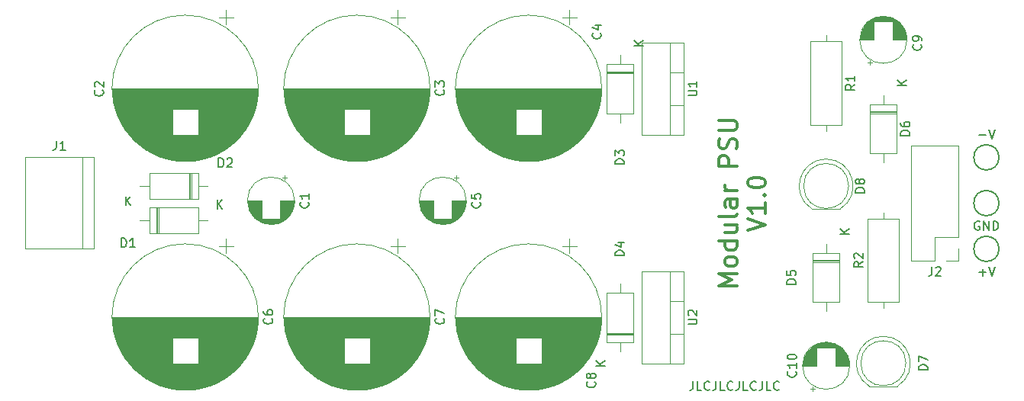
<source format=gbr>
%TF.GenerationSoftware,KiCad,Pcbnew,(5.1.7)-1*%
%TF.CreationDate,2020-10-26T00:04:38+01:00*%
%TF.ProjectId,PSU,5053552e-6b69-4636-9164-5f7063625858,rev?*%
%TF.SameCoordinates,Original*%
%TF.FileFunction,Legend,Top*%
%TF.FilePolarity,Positive*%
%FSLAX46Y46*%
G04 Gerber Fmt 4.6, Leading zero omitted, Abs format (unit mm)*
G04 Created by KiCad (PCBNEW (5.1.7)-1) date 2020-10-26 00:04:38*
%MOMM*%
%LPD*%
G01*
G04 APERTURE LIST*
%ADD10C,0.300000*%
%ADD11C,0.150000*%
%ADD12C,0.120000*%
G04 APERTURE END LIST*
D10*
X131619761Y-75437619D02*
X133619761Y-74770952D01*
X131619761Y-74104285D01*
X133619761Y-72390000D02*
X133619761Y-73532857D01*
X133619761Y-72961428D02*
X131619761Y-72961428D01*
X131905476Y-73151904D01*
X132095952Y-73342380D01*
X132191190Y-73532857D01*
X133429285Y-71532857D02*
X133524523Y-71437619D01*
X133619761Y-71532857D01*
X133524523Y-71628095D01*
X133429285Y-71532857D01*
X133619761Y-71532857D01*
X131619761Y-70199523D02*
X131619761Y-70009047D01*
X131715000Y-69818571D01*
X131810238Y-69723333D01*
X132000714Y-69628095D01*
X132381666Y-69532857D01*
X132857857Y-69532857D01*
X133238809Y-69628095D01*
X133429285Y-69723333D01*
X133524523Y-69818571D01*
X133619761Y-70009047D01*
X133619761Y-70199523D01*
X133524523Y-70390000D01*
X133429285Y-70485238D01*
X133238809Y-70580476D01*
X132857857Y-70675714D01*
X132381666Y-70675714D01*
X132000714Y-70580476D01*
X131810238Y-70485238D01*
X131715000Y-70390000D01*
X131619761Y-70199523D01*
D11*
X125555952Y-92162380D02*
X125555952Y-92876666D01*
X125508333Y-93019523D01*
X125413095Y-93114761D01*
X125270238Y-93162380D01*
X125175000Y-93162380D01*
X126508333Y-93162380D02*
X126032142Y-93162380D01*
X126032142Y-92162380D01*
X127413095Y-93067142D02*
X127365476Y-93114761D01*
X127222619Y-93162380D01*
X127127380Y-93162380D01*
X126984523Y-93114761D01*
X126889285Y-93019523D01*
X126841666Y-92924285D01*
X126794047Y-92733809D01*
X126794047Y-92590952D01*
X126841666Y-92400476D01*
X126889285Y-92305238D01*
X126984523Y-92210000D01*
X127127380Y-92162380D01*
X127222619Y-92162380D01*
X127365476Y-92210000D01*
X127413095Y-92257619D01*
X128127380Y-92162380D02*
X128127380Y-92876666D01*
X128079761Y-93019523D01*
X127984523Y-93114761D01*
X127841666Y-93162380D01*
X127746428Y-93162380D01*
X129079761Y-93162380D02*
X128603571Y-93162380D01*
X128603571Y-92162380D01*
X129984523Y-93067142D02*
X129936904Y-93114761D01*
X129794047Y-93162380D01*
X129698809Y-93162380D01*
X129555952Y-93114761D01*
X129460714Y-93019523D01*
X129413095Y-92924285D01*
X129365476Y-92733809D01*
X129365476Y-92590952D01*
X129413095Y-92400476D01*
X129460714Y-92305238D01*
X129555952Y-92210000D01*
X129698809Y-92162380D01*
X129794047Y-92162380D01*
X129936904Y-92210000D01*
X129984523Y-92257619D01*
X130698809Y-92162380D02*
X130698809Y-92876666D01*
X130651190Y-93019523D01*
X130555952Y-93114761D01*
X130413095Y-93162380D01*
X130317857Y-93162380D01*
X131651190Y-93162380D02*
X131175000Y-93162380D01*
X131175000Y-92162380D01*
X132555952Y-93067142D02*
X132508333Y-93114761D01*
X132365476Y-93162380D01*
X132270238Y-93162380D01*
X132127380Y-93114761D01*
X132032142Y-93019523D01*
X131984523Y-92924285D01*
X131936904Y-92733809D01*
X131936904Y-92590952D01*
X131984523Y-92400476D01*
X132032142Y-92305238D01*
X132127380Y-92210000D01*
X132270238Y-92162380D01*
X132365476Y-92162380D01*
X132508333Y-92210000D01*
X132555952Y-92257619D01*
X133270238Y-92162380D02*
X133270238Y-92876666D01*
X133222619Y-93019523D01*
X133127380Y-93114761D01*
X132984523Y-93162380D01*
X132889285Y-93162380D01*
X134222619Y-93162380D02*
X133746428Y-93162380D01*
X133746428Y-92162380D01*
X135127380Y-93067142D02*
X135079761Y-93114761D01*
X134936904Y-93162380D01*
X134841666Y-93162380D01*
X134698809Y-93114761D01*
X134603571Y-93019523D01*
X134555952Y-92924285D01*
X134508333Y-92733809D01*
X134508333Y-92590952D01*
X134555952Y-92400476D01*
X134603571Y-92305238D01*
X134698809Y-92210000D01*
X134841666Y-92162380D01*
X134936904Y-92162380D01*
X135079761Y-92210000D01*
X135127380Y-92257619D01*
D10*
X130444761Y-81580476D02*
X128444761Y-81580476D01*
X129873333Y-80913809D01*
X128444761Y-80247142D01*
X130444761Y-80247142D01*
X130444761Y-79009047D02*
X130349523Y-79199523D01*
X130254285Y-79294761D01*
X130063809Y-79389999D01*
X129492380Y-79389999D01*
X129301904Y-79294761D01*
X129206666Y-79199523D01*
X129111428Y-79009047D01*
X129111428Y-78723333D01*
X129206666Y-78532857D01*
X129301904Y-78437619D01*
X129492380Y-78342380D01*
X130063809Y-78342380D01*
X130254285Y-78437619D01*
X130349523Y-78532857D01*
X130444761Y-78723333D01*
X130444761Y-79009047D01*
X130444761Y-76628095D02*
X128444761Y-76628095D01*
X130349523Y-76628095D02*
X130444761Y-76818571D01*
X130444761Y-77199523D01*
X130349523Y-77389999D01*
X130254285Y-77485238D01*
X130063809Y-77580476D01*
X129492380Y-77580476D01*
X129301904Y-77485238D01*
X129206666Y-77389999D01*
X129111428Y-77199523D01*
X129111428Y-76818571D01*
X129206666Y-76628095D01*
X129111428Y-74818571D02*
X130444761Y-74818571D01*
X129111428Y-75675714D02*
X130159047Y-75675714D01*
X130349523Y-75580476D01*
X130444761Y-75389999D01*
X130444761Y-75104285D01*
X130349523Y-74913809D01*
X130254285Y-74818571D01*
X130444761Y-73580476D02*
X130349523Y-73770952D01*
X130159047Y-73866190D01*
X128444761Y-73866190D01*
X130444761Y-71961428D02*
X129397142Y-71961428D01*
X129206666Y-72056666D01*
X129111428Y-72247142D01*
X129111428Y-72628095D01*
X129206666Y-72818571D01*
X130349523Y-71961428D02*
X130444761Y-72151904D01*
X130444761Y-72628095D01*
X130349523Y-72818571D01*
X130159047Y-72913809D01*
X129968571Y-72913809D01*
X129778095Y-72818571D01*
X129682857Y-72628095D01*
X129682857Y-72151904D01*
X129587619Y-71961428D01*
X130444761Y-71009047D02*
X129111428Y-71009047D01*
X129492380Y-71009047D02*
X129301904Y-70913809D01*
X129206666Y-70818571D01*
X129111428Y-70628095D01*
X129111428Y-70437619D01*
X130444761Y-68247142D02*
X128444761Y-68247142D01*
X128444761Y-67485238D01*
X128540000Y-67294761D01*
X128635238Y-67199523D01*
X128825714Y-67104285D01*
X129111428Y-67104285D01*
X129301904Y-67199523D01*
X129397142Y-67294761D01*
X129492380Y-67485238D01*
X129492380Y-68247142D01*
X130349523Y-66342380D02*
X130444761Y-66056666D01*
X130444761Y-65580476D01*
X130349523Y-65390000D01*
X130254285Y-65294761D01*
X130063809Y-65199523D01*
X129873333Y-65199523D01*
X129682857Y-65294761D01*
X129587619Y-65390000D01*
X129492380Y-65580476D01*
X129397142Y-65961428D01*
X129301904Y-66151904D01*
X129206666Y-66247142D01*
X129016190Y-66342380D01*
X128825714Y-66342380D01*
X128635238Y-66247142D01*
X128540000Y-66151904D01*
X128444761Y-65961428D01*
X128444761Y-65485238D01*
X128540000Y-65199523D01*
X128444761Y-64342380D02*
X130063809Y-64342380D01*
X130254285Y-64247142D01*
X130349523Y-64151904D01*
X130444761Y-63961428D01*
X130444761Y-63580476D01*
X130349523Y-63390000D01*
X130254285Y-63294761D01*
X130063809Y-63199523D01*
X128444761Y-63199523D01*
D12*
%TO.C,C1*%
X81360000Y-72120000D02*
G75*
G03*
X81360000Y-72120000I-2620000J0D01*
G01*
X77700000Y-72120000D02*
X76160000Y-72120000D01*
X81320000Y-72120000D02*
X79780000Y-72120000D01*
X77700000Y-72160000D02*
X76160000Y-72160000D01*
X81320000Y-72160000D02*
X79780000Y-72160000D01*
X81319000Y-72200000D02*
X79780000Y-72200000D01*
X77700000Y-72200000D02*
X76161000Y-72200000D01*
X81318000Y-72240000D02*
X79780000Y-72240000D01*
X77700000Y-72240000D02*
X76162000Y-72240000D01*
X81316000Y-72280000D02*
X79780000Y-72280000D01*
X77700000Y-72280000D02*
X76164000Y-72280000D01*
X81313000Y-72320000D02*
X79780000Y-72320000D01*
X77700000Y-72320000D02*
X76167000Y-72320000D01*
X81309000Y-72360000D02*
X79780000Y-72360000D01*
X77700000Y-72360000D02*
X76171000Y-72360000D01*
X81305000Y-72400000D02*
X79780000Y-72400000D01*
X77700000Y-72400000D02*
X76175000Y-72400000D01*
X81301000Y-72440000D02*
X79780000Y-72440000D01*
X77700000Y-72440000D02*
X76179000Y-72440000D01*
X81296000Y-72480000D02*
X79780000Y-72480000D01*
X77700000Y-72480000D02*
X76184000Y-72480000D01*
X81290000Y-72520000D02*
X79780000Y-72520000D01*
X77700000Y-72520000D02*
X76190000Y-72520000D01*
X81283000Y-72560000D02*
X79780000Y-72560000D01*
X77700000Y-72560000D02*
X76197000Y-72560000D01*
X81276000Y-72600000D02*
X79780000Y-72600000D01*
X77700000Y-72600000D02*
X76204000Y-72600000D01*
X81268000Y-72640000D02*
X79780000Y-72640000D01*
X77700000Y-72640000D02*
X76212000Y-72640000D01*
X81260000Y-72680000D02*
X79780000Y-72680000D01*
X77700000Y-72680000D02*
X76220000Y-72680000D01*
X81251000Y-72720000D02*
X79780000Y-72720000D01*
X77700000Y-72720000D02*
X76229000Y-72720000D01*
X81241000Y-72760000D02*
X79780000Y-72760000D01*
X77700000Y-72760000D02*
X76239000Y-72760000D01*
X81231000Y-72800000D02*
X79780000Y-72800000D01*
X77700000Y-72800000D02*
X76249000Y-72800000D01*
X81220000Y-72841000D02*
X79780000Y-72841000D01*
X77700000Y-72841000D02*
X76260000Y-72841000D01*
X81208000Y-72881000D02*
X79780000Y-72881000D01*
X77700000Y-72881000D02*
X76272000Y-72881000D01*
X81195000Y-72921000D02*
X79780000Y-72921000D01*
X77700000Y-72921000D02*
X76285000Y-72921000D01*
X81182000Y-72961000D02*
X79780000Y-72961000D01*
X77700000Y-72961000D02*
X76298000Y-72961000D01*
X81168000Y-73001000D02*
X79780000Y-73001000D01*
X77700000Y-73001000D02*
X76312000Y-73001000D01*
X81154000Y-73041000D02*
X79780000Y-73041000D01*
X77700000Y-73041000D02*
X76326000Y-73041000D01*
X81138000Y-73081000D02*
X79780000Y-73081000D01*
X77700000Y-73081000D02*
X76342000Y-73081000D01*
X81122000Y-73121000D02*
X79780000Y-73121000D01*
X77700000Y-73121000D02*
X76358000Y-73121000D01*
X81105000Y-73161000D02*
X79780000Y-73161000D01*
X77700000Y-73161000D02*
X76375000Y-73161000D01*
X81088000Y-73201000D02*
X79780000Y-73201000D01*
X77700000Y-73201000D02*
X76392000Y-73201000D01*
X81069000Y-73241000D02*
X79780000Y-73241000D01*
X77700000Y-73241000D02*
X76411000Y-73241000D01*
X81050000Y-73281000D02*
X79780000Y-73281000D01*
X77700000Y-73281000D02*
X76430000Y-73281000D01*
X81030000Y-73321000D02*
X79780000Y-73321000D01*
X77700000Y-73321000D02*
X76450000Y-73321000D01*
X81008000Y-73361000D02*
X79780000Y-73361000D01*
X77700000Y-73361000D02*
X76472000Y-73361000D01*
X80987000Y-73401000D02*
X79780000Y-73401000D01*
X77700000Y-73401000D02*
X76493000Y-73401000D01*
X80964000Y-73441000D02*
X79780000Y-73441000D01*
X77700000Y-73441000D02*
X76516000Y-73441000D01*
X80940000Y-73481000D02*
X79780000Y-73481000D01*
X77700000Y-73481000D02*
X76540000Y-73481000D01*
X80915000Y-73521000D02*
X79780000Y-73521000D01*
X77700000Y-73521000D02*
X76565000Y-73521000D01*
X80889000Y-73561000D02*
X79780000Y-73561000D01*
X77700000Y-73561000D02*
X76591000Y-73561000D01*
X80862000Y-73601000D02*
X79780000Y-73601000D01*
X77700000Y-73601000D02*
X76618000Y-73601000D01*
X80835000Y-73641000D02*
X79780000Y-73641000D01*
X77700000Y-73641000D02*
X76645000Y-73641000D01*
X80805000Y-73681000D02*
X79780000Y-73681000D01*
X77700000Y-73681000D02*
X76675000Y-73681000D01*
X80775000Y-73721000D02*
X79780000Y-73721000D01*
X77700000Y-73721000D02*
X76705000Y-73721000D01*
X80744000Y-73761000D02*
X79780000Y-73761000D01*
X77700000Y-73761000D02*
X76736000Y-73761000D01*
X80711000Y-73801000D02*
X79780000Y-73801000D01*
X77700000Y-73801000D02*
X76769000Y-73801000D01*
X80677000Y-73841000D02*
X79780000Y-73841000D01*
X77700000Y-73841000D02*
X76803000Y-73841000D01*
X80641000Y-73881000D02*
X79780000Y-73881000D01*
X77700000Y-73881000D02*
X76839000Y-73881000D01*
X80604000Y-73921000D02*
X79780000Y-73921000D01*
X77700000Y-73921000D02*
X76876000Y-73921000D01*
X80566000Y-73961000D02*
X79780000Y-73961000D01*
X77700000Y-73961000D02*
X76914000Y-73961000D01*
X80525000Y-74001000D02*
X79780000Y-74001000D01*
X77700000Y-74001000D02*
X76955000Y-74001000D01*
X80483000Y-74041000D02*
X79780000Y-74041000D01*
X77700000Y-74041000D02*
X76997000Y-74041000D01*
X80439000Y-74081000D02*
X79780000Y-74081000D01*
X77700000Y-74081000D02*
X77041000Y-74081000D01*
X80393000Y-74121000D02*
X79780000Y-74121000D01*
X77700000Y-74121000D02*
X77087000Y-74121000D01*
X80345000Y-74161000D02*
X77135000Y-74161000D01*
X80294000Y-74201000D02*
X77186000Y-74201000D01*
X80240000Y-74241000D02*
X77240000Y-74241000D01*
X80183000Y-74281000D02*
X77297000Y-74281000D01*
X80123000Y-74321000D02*
X77357000Y-74321000D01*
X80059000Y-74361000D02*
X77421000Y-74361000D01*
X79991000Y-74401000D02*
X77489000Y-74401000D01*
X79918000Y-74441000D02*
X77562000Y-74441000D01*
X79838000Y-74481000D02*
X77642000Y-74481000D01*
X79751000Y-74521000D02*
X77729000Y-74521000D01*
X79655000Y-74561000D02*
X77825000Y-74561000D01*
X79545000Y-74601000D02*
X77935000Y-74601000D01*
X79417000Y-74641000D02*
X78063000Y-74641000D01*
X79258000Y-74681000D02*
X78222000Y-74681000D01*
X79024000Y-74721000D02*
X78456000Y-74721000D01*
X80215000Y-69315225D02*
X80215000Y-69815225D01*
X80465000Y-69565225D02*
X79965000Y-69565225D01*
%TO.C,C2*%
X77335000Y-59630000D02*
G75*
G03*
X77335000Y-59630000I-8120000J0D01*
G01*
X77296000Y-59630000D02*
X61134000Y-59630000D01*
X77295000Y-59670000D02*
X61135000Y-59670000D01*
X77295000Y-59710000D02*
X61135000Y-59710000D01*
X77295000Y-59750000D02*
X61135000Y-59750000D01*
X77294000Y-59790000D02*
X61136000Y-59790000D01*
X77293000Y-59830000D02*
X61137000Y-59830000D01*
X77292000Y-59870000D02*
X61138000Y-59870000D01*
X77291000Y-59910000D02*
X61139000Y-59910000D01*
X77289000Y-59950000D02*
X61141000Y-59950000D01*
X77288000Y-59990000D02*
X61142000Y-59990000D01*
X77286000Y-60030000D02*
X61144000Y-60030000D01*
X77284000Y-60070000D02*
X61146000Y-60070000D01*
X77281000Y-60110000D02*
X61149000Y-60110000D01*
X77279000Y-60150000D02*
X61151000Y-60150000D01*
X77276000Y-60190000D02*
X61154000Y-60190000D01*
X77273000Y-60230000D02*
X61157000Y-60230000D01*
X77270000Y-60270000D02*
X61160000Y-60270000D01*
X77267000Y-60310000D02*
X61163000Y-60310000D01*
X77264000Y-60351000D02*
X61166000Y-60351000D01*
X77260000Y-60391000D02*
X61170000Y-60391000D01*
X77256000Y-60431000D02*
X61174000Y-60431000D01*
X77252000Y-60471000D02*
X61178000Y-60471000D01*
X77248000Y-60511000D02*
X61182000Y-60511000D01*
X77243000Y-60551000D02*
X61187000Y-60551000D01*
X77239000Y-60591000D02*
X61191000Y-60591000D01*
X77234000Y-60631000D02*
X61196000Y-60631000D01*
X77229000Y-60671000D02*
X61201000Y-60671000D01*
X77223000Y-60711000D02*
X61207000Y-60711000D01*
X77218000Y-60751000D02*
X61212000Y-60751000D01*
X77212000Y-60791000D02*
X61218000Y-60791000D01*
X77206000Y-60831000D02*
X61224000Y-60831000D01*
X77200000Y-60871000D02*
X61230000Y-60871000D01*
X77194000Y-60911000D02*
X61236000Y-60911000D01*
X77187000Y-60951000D02*
X61243000Y-60951000D01*
X77181000Y-60991000D02*
X61249000Y-60991000D01*
X77174000Y-61031000D02*
X61256000Y-61031000D01*
X77167000Y-61071000D02*
X61263000Y-61071000D01*
X77159000Y-61111000D02*
X61271000Y-61111000D01*
X77152000Y-61151000D02*
X61278000Y-61151000D01*
X77144000Y-61191000D02*
X61286000Y-61191000D01*
X77136000Y-61231000D02*
X61294000Y-61231000D01*
X77128000Y-61271000D02*
X61302000Y-61271000D01*
X77120000Y-61311000D02*
X61310000Y-61311000D01*
X77111000Y-61351000D02*
X61319000Y-61351000D01*
X77102000Y-61391000D02*
X61328000Y-61391000D01*
X77093000Y-61431000D02*
X61337000Y-61431000D01*
X77084000Y-61471000D02*
X61346000Y-61471000D01*
X77075000Y-61511000D02*
X61355000Y-61511000D01*
X77065000Y-61551000D02*
X61365000Y-61551000D01*
X77055000Y-61591000D02*
X61375000Y-61591000D01*
X77045000Y-61631000D02*
X61385000Y-61631000D01*
X77035000Y-61671000D02*
X61395000Y-61671000D01*
X77025000Y-61711000D02*
X61405000Y-61711000D01*
X77014000Y-61751000D02*
X61416000Y-61751000D01*
X77003000Y-61791000D02*
X61427000Y-61791000D01*
X76992000Y-61831000D02*
X61438000Y-61831000D01*
X76980000Y-61871000D02*
X61450000Y-61871000D01*
X76969000Y-61911000D02*
X61461000Y-61911000D01*
X76957000Y-61951000D02*
X70655000Y-61951000D01*
X67775000Y-61951000D02*
X61473000Y-61951000D01*
X76945000Y-61991000D02*
X70655000Y-61991000D01*
X67775000Y-61991000D02*
X61485000Y-61991000D01*
X76933000Y-62031000D02*
X70655000Y-62031000D01*
X67775000Y-62031000D02*
X61497000Y-62031000D01*
X76920000Y-62071000D02*
X70655000Y-62071000D01*
X67775000Y-62071000D02*
X61510000Y-62071000D01*
X76908000Y-62111000D02*
X70655000Y-62111000D01*
X67775000Y-62111000D02*
X61522000Y-62111000D01*
X76895000Y-62151000D02*
X70655000Y-62151000D01*
X67775000Y-62151000D02*
X61535000Y-62151000D01*
X76881000Y-62191000D02*
X70655000Y-62191000D01*
X67775000Y-62191000D02*
X61549000Y-62191000D01*
X76868000Y-62231000D02*
X70655000Y-62231000D01*
X67775000Y-62231000D02*
X61562000Y-62231000D01*
X76854000Y-62271000D02*
X70655000Y-62271000D01*
X67775000Y-62271000D02*
X61576000Y-62271000D01*
X76840000Y-62311000D02*
X70655000Y-62311000D01*
X67775000Y-62311000D02*
X61590000Y-62311000D01*
X76826000Y-62351000D02*
X70655000Y-62351000D01*
X67775000Y-62351000D02*
X61604000Y-62351000D01*
X76812000Y-62391000D02*
X70655000Y-62391000D01*
X67775000Y-62391000D02*
X61618000Y-62391000D01*
X76797000Y-62431000D02*
X70655000Y-62431000D01*
X67775000Y-62431000D02*
X61633000Y-62431000D01*
X76783000Y-62471000D02*
X70655000Y-62471000D01*
X67775000Y-62471000D02*
X61647000Y-62471000D01*
X76768000Y-62511000D02*
X70655000Y-62511000D01*
X67775000Y-62511000D02*
X61662000Y-62511000D01*
X76752000Y-62551000D02*
X70655000Y-62551000D01*
X67775000Y-62551000D02*
X61678000Y-62551000D01*
X76737000Y-62591000D02*
X70655000Y-62591000D01*
X67775000Y-62591000D02*
X61693000Y-62591000D01*
X76721000Y-62631000D02*
X70655000Y-62631000D01*
X67775000Y-62631000D02*
X61709000Y-62631000D01*
X76705000Y-62671000D02*
X70655000Y-62671000D01*
X67775000Y-62671000D02*
X61725000Y-62671000D01*
X76689000Y-62711000D02*
X70655000Y-62711000D01*
X67775000Y-62711000D02*
X61741000Y-62711000D01*
X76672000Y-62751000D02*
X70655000Y-62751000D01*
X67775000Y-62751000D02*
X61758000Y-62751000D01*
X76655000Y-62791000D02*
X70655000Y-62791000D01*
X67775000Y-62791000D02*
X61775000Y-62791000D01*
X76638000Y-62831000D02*
X70655000Y-62831000D01*
X67775000Y-62831000D02*
X61792000Y-62831000D01*
X76621000Y-62871000D02*
X70655000Y-62871000D01*
X67775000Y-62871000D02*
X61809000Y-62871000D01*
X76604000Y-62911000D02*
X70655000Y-62911000D01*
X67775000Y-62911000D02*
X61826000Y-62911000D01*
X76586000Y-62951000D02*
X70655000Y-62951000D01*
X67775000Y-62951000D02*
X61844000Y-62951000D01*
X76568000Y-62991000D02*
X70655000Y-62991000D01*
X67775000Y-62991000D02*
X61862000Y-62991000D01*
X76549000Y-63031000D02*
X70655000Y-63031000D01*
X67775000Y-63031000D02*
X61881000Y-63031000D01*
X76531000Y-63071000D02*
X70655000Y-63071000D01*
X67775000Y-63071000D02*
X61899000Y-63071000D01*
X76512000Y-63111000D02*
X70655000Y-63111000D01*
X67775000Y-63111000D02*
X61918000Y-63111000D01*
X76493000Y-63151000D02*
X70655000Y-63151000D01*
X67775000Y-63151000D02*
X61937000Y-63151000D01*
X76473000Y-63191000D02*
X70655000Y-63191000D01*
X67775000Y-63191000D02*
X61957000Y-63191000D01*
X76454000Y-63231000D02*
X70655000Y-63231000D01*
X67775000Y-63231000D02*
X61976000Y-63231000D01*
X76434000Y-63271000D02*
X70655000Y-63271000D01*
X67775000Y-63271000D02*
X61996000Y-63271000D01*
X76414000Y-63311000D02*
X70655000Y-63311000D01*
X67775000Y-63311000D02*
X62016000Y-63311000D01*
X76393000Y-63351000D02*
X70655000Y-63351000D01*
X67775000Y-63351000D02*
X62037000Y-63351000D01*
X76372000Y-63391000D02*
X70655000Y-63391000D01*
X67775000Y-63391000D02*
X62058000Y-63391000D01*
X76351000Y-63431000D02*
X70655000Y-63431000D01*
X67775000Y-63431000D02*
X62079000Y-63431000D01*
X76330000Y-63471000D02*
X70655000Y-63471000D01*
X67775000Y-63471000D02*
X62100000Y-63471000D01*
X76309000Y-63511000D02*
X70655000Y-63511000D01*
X67775000Y-63511000D02*
X62121000Y-63511000D01*
X76287000Y-63551000D02*
X70655000Y-63551000D01*
X67775000Y-63551000D02*
X62143000Y-63551000D01*
X76264000Y-63591000D02*
X70655000Y-63591000D01*
X67775000Y-63591000D02*
X62166000Y-63591000D01*
X76242000Y-63631000D02*
X70655000Y-63631000D01*
X67775000Y-63631000D02*
X62188000Y-63631000D01*
X76219000Y-63671000D02*
X70655000Y-63671000D01*
X67775000Y-63671000D02*
X62211000Y-63671000D01*
X76196000Y-63711000D02*
X70655000Y-63711000D01*
X67775000Y-63711000D02*
X62234000Y-63711000D01*
X76173000Y-63751000D02*
X70655000Y-63751000D01*
X67775000Y-63751000D02*
X62257000Y-63751000D01*
X76149000Y-63791000D02*
X70655000Y-63791000D01*
X67775000Y-63791000D02*
X62281000Y-63791000D01*
X76125000Y-63831000D02*
X70655000Y-63831000D01*
X67775000Y-63831000D02*
X62305000Y-63831000D01*
X76101000Y-63871000D02*
X70655000Y-63871000D01*
X67775000Y-63871000D02*
X62329000Y-63871000D01*
X76076000Y-63911000D02*
X70655000Y-63911000D01*
X67775000Y-63911000D02*
X62354000Y-63911000D01*
X76051000Y-63951000D02*
X70655000Y-63951000D01*
X67775000Y-63951000D02*
X62379000Y-63951000D01*
X76026000Y-63991000D02*
X70655000Y-63991000D01*
X67775000Y-63991000D02*
X62404000Y-63991000D01*
X76000000Y-64031000D02*
X70655000Y-64031000D01*
X67775000Y-64031000D02*
X62430000Y-64031000D01*
X75974000Y-64071000D02*
X70655000Y-64071000D01*
X67775000Y-64071000D02*
X62456000Y-64071000D01*
X75948000Y-64111000D02*
X70655000Y-64111000D01*
X67775000Y-64111000D02*
X62482000Y-64111000D01*
X75921000Y-64151000D02*
X70655000Y-64151000D01*
X67775000Y-64151000D02*
X62509000Y-64151000D01*
X75894000Y-64191000D02*
X70655000Y-64191000D01*
X67775000Y-64191000D02*
X62536000Y-64191000D01*
X75867000Y-64231000D02*
X70655000Y-64231000D01*
X67775000Y-64231000D02*
X62563000Y-64231000D01*
X75839000Y-64271000D02*
X70655000Y-64271000D01*
X67775000Y-64271000D02*
X62591000Y-64271000D01*
X75811000Y-64311000D02*
X70655000Y-64311000D01*
X67775000Y-64311000D02*
X62619000Y-64311000D01*
X75783000Y-64351000D02*
X70655000Y-64351000D01*
X67775000Y-64351000D02*
X62647000Y-64351000D01*
X75754000Y-64391000D02*
X70655000Y-64391000D01*
X67775000Y-64391000D02*
X62676000Y-64391000D01*
X75725000Y-64431000D02*
X70655000Y-64431000D01*
X67775000Y-64431000D02*
X62705000Y-64431000D01*
X75695000Y-64471000D02*
X70655000Y-64471000D01*
X67775000Y-64471000D02*
X62735000Y-64471000D01*
X75665000Y-64511000D02*
X70655000Y-64511000D01*
X67775000Y-64511000D02*
X62765000Y-64511000D01*
X75635000Y-64551000D02*
X70655000Y-64551000D01*
X67775000Y-64551000D02*
X62795000Y-64551000D01*
X75605000Y-64591000D02*
X70655000Y-64591000D01*
X67775000Y-64591000D02*
X62825000Y-64591000D01*
X75573000Y-64631000D02*
X70655000Y-64631000D01*
X67775000Y-64631000D02*
X62857000Y-64631000D01*
X75542000Y-64671000D02*
X70655000Y-64671000D01*
X67775000Y-64671000D02*
X62888000Y-64671000D01*
X75510000Y-64711000D02*
X70655000Y-64711000D01*
X67775000Y-64711000D02*
X62920000Y-64711000D01*
X75478000Y-64751000D02*
X70655000Y-64751000D01*
X67775000Y-64751000D02*
X62952000Y-64751000D01*
X75445000Y-64791000D02*
X70655000Y-64791000D01*
X67775000Y-64791000D02*
X62985000Y-64791000D01*
X75412000Y-64831000D02*
X63018000Y-64831000D01*
X75378000Y-64871000D02*
X63052000Y-64871000D01*
X75344000Y-64911000D02*
X63086000Y-64911000D01*
X75310000Y-64951000D02*
X63120000Y-64951000D01*
X75275000Y-64991000D02*
X63155000Y-64991000D01*
X75240000Y-65031000D02*
X63190000Y-65031000D01*
X75204000Y-65071000D02*
X63226000Y-65071000D01*
X75167000Y-65111000D02*
X63263000Y-65111000D01*
X75131000Y-65151000D02*
X63299000Y-65151000D01*
X75093000Y-65191000D02*
X63337000Y-65191000D01*
X75055000Y-65231000D02*
X63375000Y-65231000D01*
X75017000Y-65271000D02*
X63413000Y-65271000D01*
X74978000Y-65311000D02*
X63452000Y-65311000D01*
X74939000Y-65351000D02*
X63491000Y-65351000D01*
X74899000Y-65391000D02*
X63531000Y-65391000D01*
X74858000Y-65431000D02*
X63572000Y-65431000D01*
X74817000Y-65471000D02*
X63613000Y-65471000D01*
X74775000Y-65511000D02*
X63655000Y-65511000D01*
X74733000Y-65551000D02*
X63697000Y-65551000D01*
X74690000Y-65591000D02*
X63740000Y-65591000D01*
X74647000Y-65631000D02*
X63783000Y-65631000D01*
X74603000Y-65671000D02*
X63827000Y-65671000D01*
X74558000Y-65711000D02*
X63872000Y-65711000D01*
X74512000Y-65751000D02*
X63918000Y-65751000D01*
X74466000Y-65791000D02*
X63964000Y-65791000D01*
X74419000Y-65831000D02*
X64011000Y-65831000D01*
X74371000Y-65871000D02*
X64059000Y-65871000D01*
X74323000Y-65911000D02*
X64107000Y-65911000D01*
X74274000Y-65951000D02*
X64156000Y-65951000D01*
X74224000Y-65991000D02*
X64206000Y-65991000D01*
X74173000Y-66031000D02*
X64257000Y-66031000D01*
X74121000Y-66071000D02*
X64309000Y-66071000D01*
X74069000Y-66111000D02*
X64361000Y-66111000D01*
X74015000Y-66151000D02*
X64415000Y-66151000D01*
X73961000Y-66191000D02*
X64469000Y-66191000D01*
X73906000Y-66231000D02*
X64524000Y-66231000D01*
X73849000Y-66271000D02*
X64581000Y-66271000D01*
X73792000Y-66311000D02*
X64638000Y-66311000D01*
X73734000Y-66351000D02*
X64696000Y-66351000D01*
X73674000Y-66391000D02*
X64756000Y-66391000D01*
X73613000Y-66431000D02*
X64817000Y-66431000D01*
X73551000Y-66471000D02*
X64879000Y-66471000D01*
X73488000Y-66511000D02*
X64942000Y-66511000D01*
X73424000Y-66551000D02*
X65006000Y-66551000D01*
X73358000Y-66591000D02*
X65072000Y-66591000D01*
X73291000Y-66631000D02*
X65139000Y-66631000D01*
X73222000Y-66671000D02*
X65208000Y-66671000D01*
X73151000Y-66711000D02*
X65279000Y-66711000D01*
X73079000Y-66751000D02*
X65351000Y-66751000D01*
X73005000Y-66791000D02*
X65425000Y-66791000D01*
X72930000Y-66831000D02*
X65500000Y-66831000D01*
X72852000Y-66871000D02*
X65578000Y-66871000D01*
X72772000Y-66911000D02*
X65658000Y-66911000D01*
X72690000Y-66951000D02*
X65740000Y-66951000D01*
X72605000Y-66991000D02*
X65825000Y-66991000D01*
X72518000Y-67031000D02*
X65912000Y-67031000D01*
X72428000Y-67071000D02*
X66002000Y-67071000D01*
X72335000Y-67111000D02*
X66095000Y-67111000D01*
X72239000Y-67151000D02*
X66191000Y-67151000D01*
X72139000Y-67191000D02*
X66291000Y-67191000D01*
X72035000Y-67231000D02*
X66395000Y-67231000D01*
X71926000Y-67271000D02*
X66504000Y-67271000D01*
X71812000Y-67311000D02*
X66618000Y-67311000D01*
X71693000Y-67351000D02*
X66737000Y-67351000D01*
X71566000Y-67391000D02*
X66864000Y-67391000D01*
X71433000Y-67431000D02*
X66997000Y-67431000D01*
X71289000Y-67471000D02*
X67141000Y-67471000D01*
X71135000Y-67511000D02*
X67295000Y-67511000D01*
X70967000Y-67551000D02*
X67463000Y-67551000D01*
X70779000Y-67591000D02*
X67651000Y-67591000D01*
X70566000Y-67631000D02*
X67864000Y-67631000D01*
X70313000Y-67671000D02*
X68117000Y-67671000D01*
X69980000Y-67711000D02*
X68450000Y-67711000D01*
X73770000Y-50940509D02*
X73770000Y-52540509D01*
X74570000Y-51740509D02*
X72970000Y-51740509D01*
%TO.C,C3*%
X96385000Y-59630000D02*
G75*
G03*
X96385000Y-59630000I-8120000J0D01*
G01*
X96346000Y-59630000D02*
X80184000Y-59630000D01*
X96345000Y-59670000D02*
X80185000Y-59670000D01*
X96345000Y-59710000D02*
X80185000Y-59710000D01*
X96345000Y-59750000D02*
X80185000Y-59750000D01*
X96344000Y-59790000D02*
X80186000Y-59790000D01*
X96343000Y-59830000D02*
X80187000Y-59830000D01*
X96342000Y-59870000D02*
X80188000Y-59870000D01*
X96341000Y-59910000D02*
X80189000Y-59910000D01*
X96339000Y-59950000D02*
X80191000Y-59950000D01*
X96338000Y-59990000D02*
X80192000Y-59990000D01*
X96336000Y-60030000D02*
X80194000Y-60030000D01*
X96334000Y-60070000D02*
X80196000Y-60070000D01*
X96331000Y-60110000D02*
X80199000Y-60110000D01*
X96329000Y-60150000D02*
X80201000Y-60150000D01*
X96326000Y-60190000D02*
X80204000Y-60190000D01*
X96323000Y-60230000D02*
X80207000Y-60230000D01*
X96320000Y-60270000D02*
X80210000Y-60270000D01*
X96317000Y-60310000D02*
X80213000Y-60310000D01*
X96314000Y-60351000D02*
X80216000Y-60351000D01*
X96310000Y-60391000D02*
X80220000Y-60391000D01*
X96306000Y-60431000D02*
X80224000Y-60431000D01*
X96302000Y-60471000D02*
X80228000Y-60471000D01*
X96298000Y-60511000D02*
X80232000Y-60511000D01*
X96293000Y-60551000D02*
X80237000Y-60551000D01*
X96289000Y-60591000D02*
X80241000Y-60591000D01*
X96284000Y-60631000D02*
X80246000Y-60631000D01*
X96279000Y-60671000D02*
X80251000Y-60671000D01*
X96273000Y-60711000D02*
X80257000Y-60711000D01*
X96268000Y-60751000D02*
X80262000Y-60751000D01*
X96262000Y-60791000D02*
X80268000Y-60791000D01*
X96256000Y-60831000D02*
X80274000Y-60831000D01*
X96250000Y-60871000D02*
X80280000Y-60871000D01*
X96244000Y-60911000D02*
X80286000Y-60911000D01*
X96237000Y-60951000D02*
X80293000Y-60951000D01*
X96231000Y-60991000D02*
X80299000Y-60991000D01*
X96224000Y-61031000D02*
X80306000Y-61031000D01*
X96217000Y-61071000D02*
X80313000Y-61071000D01*
X96209000Y-61111000D02*
X80321000Y-61111000D01*
X96202000Y-61151000D02*
X80328000Y-61151000D01*
X96194000Y-61191000D02*
X80336000Y-61191000D01*
X96186000Y-61231000D02*
X80344000Y-61231000D01*
X96178000Y-61271000D02*
X80352000Y-61271000D01*
X96170000Y-61311000D02*
X80360000Y-61311000D01*
X96161000Y-61351000D02*
X80369000Y-61351000D01*
X96152000Y-61391000D02*
X80378000Y-61391000D01*
X96143000Y-61431000D02*
X80387000Y-61431000D01*
X96134000Y-61471000D02*
X80396000Y-61471000D01*
X96125000Y-61511000D02*
X80405000Y-61511000D01*
X96115000Y-61551000D02*
X80415000Y-61551000D01*
X96105000Y-61591000D02*
X80425000Y-61591000D01*
X96095000Y-61631000D02*
X80435000Y-61631000D01*
X96085000Y-61671000D02*
X80445000Y-61671000D01*
X96075000Y-61711000D02*
X80455000Y-61711000D01*
X96064000Y-61751000D02*
X80466000Y-61751000D01*
X96053000Y-61791000D02*
X80477000Y-61791000D01*
X96042000Y-61831000D02*
X80488000Y-61831000D01*
X96030000Y-61871000D02*
X80500000Y-61871000D01*
X96019000Y-61911000D02*
X80511000Y-61911000D01*
X96007000Y-61951000D02*
X89705000Y-61951000D01*
X86825000Y-61951000D02*
X80523000Y-61951000D01*
X95995000Y-61991000D02*
X89705000Y-61991000D01*
X86825000Y-61991000D02*
X80535000Y-61991000D01*
X95983000Y-62031000D02*
X89705000Y-62031000D01*
X86825000Y-62031000D02*
X80547000Y-62031000D01*
X95970000Y-62071000D02*
X89705000Y-62071000D01*
X86825000Y-62071000D02*
X80560000Y-62071000D01*
X95958000Y-62111000D02*
X89705000Y-62111000D01*
X86825000Y-62111000D02*
X80572000Y-62111000D01*
X95945000Y-62151000D02*
X89705000Y-62151000D01*
X86825000Y-62151000D02*
X80585000Y-62151000D01*
X95931000Y-62191000D02*
X89705000Y-62191000D01*
X86825000Y-62191000D02*
X80599000Y-62191000D01*
X95918000Y-62231000D02*
X89705000Y-62231000D01*
X86825000Y-62231000D02*
X80612000Y-62231000D01*
X95904000Y-62271000D02*
X89705000Y-62271000D01*
X86825000Y-62271000D02*
X80626000Y-62271000D01*
X95890000Y-62311000D02*
X89705000Y-62311000D01*
X86825000Y-62311000D02*
X80640000Y-62311000D01*
X95876000Y-62351000D02*
X89705000Y-62351000D01*
X86825000Y-62351000D02*
X80654000Y-62351000D01*
X95862000Y-62391000D02*
X89705000Y-62391000D01*
X86825000Y-62391000D02*
X80668000Y-62391000D01*
X95847000Y-62431000D02*
X89705000Y-62431000D01*
X86825000Y-62431000D02*
X80683000Y-62431000D01*
X95833000Y-62471000D02*
X89705000Y-62471000D01*
X86825000Y-62471000D02*
X80697000Y-62471000D01*
X95818000Y-62511000D02*
X89705000Y-62511000D01*
X86825000Y-62511000D02*
X80712000Y-62511000D01*
X95802000Y-62551000D02*
X89705000Y-62551000D01*
X86825000Y-62551000D02*
X80728000Y-62551000D01*
X95787000Y-62591000D02*
X89705000Y-62591000D01*
X86825000Y-62591000D02*
X80743000Y-62591000D01*
X95771000Y-62631000D02*
X89705000Y-62631000D01*
X86825000Y-62631000D02*
X80759000Y-62631000D01*
X95755000Y-62671000D02*
X89705000Y-62671000D01*
X86825000Y-62671000D02*
X80775000Y-62671000D01*
X95739000Y-62711000D02*
X89705000Y-62711000D01*
X86825000Y-62711000D02*
X80791000Y-62711000D01*
X95722000Y-62751000D02*
X89705000Y-62751000D01*
X86825000Y-62751000D02*
X80808000Y-62751000D01*
X95705000Y-62791000D02*
X89705000Y-62791000D01*
X86825000Y-62791000D02*
X80825000Y-62791000D01*
X95688000Y-62831000D02*
X89705000Y-62831000D01*
X86825000Y-62831000D02*
X80842000Y-62831000D01*
X95671000Y-62871000D02*
X89705000Y-62871000D01*
X86825000Y-62871000D02*
X80859000Y-62871000D01*
X95654000Y-62911000D02*
X89705000Y-62911000D01*
X86825000Y-62911000D02*
X80876000Y-62911000D01*
X95636000Y-62951000D02*
X89705000Y-62951000D01*
X86825000Y-62951000D02*
X80894000Y-62951000D01*
X95618000Y-62991000D02*
X89705000Y-62991000D01*
X86825000Y-62991000D02*
X80912000Y-62991000D01*
X95599000Y-63031000D02*
X89705000Y-63031000D01*
X86825000Y-63031000D02*
X80931000Y-63031000D01*
X95581000Y-63071000D02*
X89705000Y-63071000D01*
X86825000Y-63071000D02*
X80949000Y-63071000D01*
X95562000Y-63111000D02*
X89705000Y-63111000D01*
X86825000Y-63111000D02*
X80968000Y-63111000D01*
X95543000Y-63151000D02*
X89705000Y-63151000D01*
X86825000Y-63151000D02*
X80987000Y-63151000D01*
X95523000Y-63191000D02*
X89705000Y-63191000D01*
X86825000Y-63191000D02*
X81007000Y-63191000D01*
X95504000Y-63231000D02*
X89705000Y-63231000D01*
X86825000Y-63231000D02*
X81026000Y-63231000D01*
X95484000Y-63271000D02*
X89705000Y-63271000D01*
X86825000Y-63271000D02*
X81046000Y-63271000D01*
X95464000Y-63311000D02*
X89705000Y-63311000D01*
X86825000Y-63311000D02*
X81066000Y-63311000D01*
X95443000Y-63351000D02*
X89705000Y-63351000D01*
X86825000Y-63351000D02*
X81087000Y-63351000D01*
X95422000Y-63391000D02*
X89705000Y-63391000D01*
X86825000Y-63391000D02*
X81108000Y-63391000D01*
X95401000Y-63431000D02*
X89705000Y-63431000D01*
X86825000Y-63431000D02*
X81129000Y-63431000D01*
X95380000Y-63471000D02*
X89705000Y-63471000D01*
X86825000Y-63471000D02*
X81150000Y-63471000D01*
X95359000Y-63511000D02*
X89705000Y-63511000D01*
X86825000Y-63511000D02*
X81171000Y-63511000D01*
X95337000Y-63551000D02*
X89705000Y-63551000D01*
X86825000Y-63551000D02*
X81193000Y-63551000D01*
X95314000Y-63591000D02*
X89705000Y-63591000D01*
X86825000Y-63591000D02*
X81216000Y-63591000D01*
X95292000Y-63631000D02*
X89705000Y-63631000D01*
X86825000Y-63631000D02*
X81238000Y-63631000D01*
X95269000Y-63671000D02*
X89705000Y-63671000D01*
X86825000Y-63671000D02*
X81261000Y-63671000D01*
X95246000Y-63711000D02*
X89705000Y-63711000D01*
X86825000Y-63711000D02*
X81284000Y-63711000D01*
X95223000Y-63751000D02*
X89705000Y-63751000D01*
X86825000Y-63751000D02*
X81307000Y-63751000D01*
X95199000Y-63791000D02*
X89705000Y-63791000D01*
X86825000Y-63791000D02*
X81331000Y-63791000D01*
X95175000Y-63831000D02*
X89705000Y-63831000D01*
X86825000Y-63831000D02*
X81355000Y-63831000D01*
X95151000Y-63871000D02*
X89705000Y-63871000D01*
X86825000Y-63871000D02*
X81379000Y-63871000D01*
X95126000Y-63911000D02*
X89705000Y-63911000D01*
X86825000Y-63911000D02*
X81404000Y-63911000D01*
X95101000Y-63951000D02*
X89705000Y-63951000D01*
X86825000Y-63951000D02*
X81429000Y-63951000D01*
X95076000Y-63991000D02*
X89705000Y-63991000D01*
X86825000Y-63991000D02*
X81454000Y-63991000D01*
X95050000Y-64031000D02*
X89705000Y-64031000D01*
X86825000Y-64031000D02*
X81480000Y-64031000D01*
X95024000Y-64071000D02*
X89705000Y-64071000D01*
X86825000Y-64071000D02*
X81506000Y-64071000D01*
X94998000Y-64111000D02*
X89705000Y-64111000D01*
X86825000Y-64111000D02*
X81532000Y-64111000D01*
X94971000Y-64151000D02*
X89705000Y-64151000D01*
X86825000Y-64151000D02*
X81559000Y-64151000D01*
X94944000Y-64191000D02*
X89705000Y-64191000D01*
X86825000Y-64191000D02*
X81586000Y-64191000D01*
X94917000Y-64231000D02*
X89705000Y-64231000D01*
X86825000Y-64231000D02*
X81613000Y-64231000D01*
X94889000Y-64271000D02*
X89705000Y-64271000D01*
X86825000Y-64271000D02*
X81641000Y-64271000D01*
X94861000Y-64311000D02*
X89705000Y-64311000D01*
X86825000Y-64311000D02*
X81669000Y-64311000D01*
X94833000Y-64351000D02*
X89705000Y-64351000D01*
X86825000Y-64351000D02*
X81697000Y-64351000D01*
X94804000Y-64391000D02*
X89705000Y-64391000D01*
X86825000Y-64391000D02*
X81726000Y-64391000D01*
X94775000Y-64431000D02*
X89705000Y-64431000D01*
X86825000Y-64431000D02*
X81755000Y-64431000D01*
X94745000Y-64471000D02*
X89705000Y-64471000D01*
X86825000Y-64471000D02*
X81785000Y-64471000D01*
X94715000Y-64511000D02*
X89705000Y-64511000D01*
X86825000Y-64511000D02*
X81815000Y-64511000D01*
X94685000Y-64551000D02*
X89705000Y-64551000D01*
X86825000Y-64551000D02*
X81845000Y-64551000D01*
X94655000Y-64591000D02*
X89705000Y-64591000D01*
X86825000Y-64591000D02*
X81875000Y-64591000D01*
X94623000Y-64631000D02*
X89705000Y-64631000D01*
X86825000Y-64631000D02*
X81907000Y-64631000D01*
X94592000Y-64671000D02*
X89705000Y-64671000D01*
X86825000Y-64671000D02*
X81938000Y-64671000D01*
X94560000Y-64711000D02*
X89705000Y-64711000D01*
X86825000Y-64711000D02*
X81970000Y-64711000D01*
X94528000Y-64751000D02*
X89705000Y-64751000D01*
X86825000Y-64751000D02*
X82002000Y-64751000D01*
X94495000Y-64791000D02*
X89705000Y-64791000D01*
X86825000Y-64791000D02*
X82035000Y-64791000D01*
X94462000Y-64831000D02*
X82068000Y-64831000D01*
X94428000Y-64871000D02*
X82102000Y-64871000D01*
X94394000Y-64911000D02*
X82136000Y-64911000D01*
X94360000Y-64951000D02*
X82170000Y-64951000D01*
X94325000Y-64991000D02*
X82205000Y-64991000D01*
X94290000Y-65031000D02*
X82240000Y-65031000D01*
X94254000Y-65071000D02*
X82276000Y-65071000D01*
X94217000Y-65111000D02*
X82313000Y-65111000D01*
X94181000Y-65151000D02*
X82349000Y-65151000D01*
X94143000Y-65191000D02*
X82387000Y-65191000D01*
X94105000Y-65231000D02*
X82425000Y-65231000D01*
X94067000Y-65271000D02*
X82463000Y-65271000D01*
X94028000Y-65311000D02*
X82502000Y-65311000D01*
X93989000Y-65351000D02*
X82541000Y-65351000D01*
X93949000Y-65391000D02*
X82581000Y-65391000D01*
X93908000Y-65431000D02*
X82622000Y-65431000D01*
X93867000Y-65471000D02*
X82663000Y-65471000D01*
X93825000Y-65511000D02*
X82705000Y-65511000D01*
X93783000Y-65551000D02*
X82747000Y-65551000D01*
X93740000Y-65591000D02*
X82790000Y-65591000D01*
X93697000Y-65631000D02*
X82833000Y-65631000D01*
X93653000Y-65671000D02*
X82877000Y-65671000D01*
X93608000Y-65711000D02*
X82922000Y-65711000D01*
X93562000Y-65751000D02*
X82968000Y-65751000D01*
X93516000Y-65791000D02*
X83014000Y-65791000D01*
X93469000Y-65831000D02*
X83061000Y-65831000D01*
X93421000Y-65871000D02*
X83109000Y-65871000D01*
X93373000Y-65911000D02*
X83157000Y-65911000D01*
X93324000Y-65951000D02*
X83206000Y-65951000D01*
X93274000Y-65991000D02*
X83256000Y-65991000D01*
X93223000Y-66031000D02*
X83307000Y-66031000D01*
X93171000Y-66071000D02*
X83359000Y-66071000D01*
X93119000Y-66111000D02*
X83411000Y-66111000D01*
X93065000Y-66151000D02*
X83465000Y-66151000D01*
X93011000Y-66191000D02*
X83519000Y-66191000D01*
X92956000Y-66231000D02*
X83574000Y-66231000D01*
X92899000Y-66271000D02*
X83631000Y-66271000D01*
X92842000Y-66311000D02*
X83688000Y-66311000D01*
X92784000Y-66351000D02*
X83746000Y-66351000D01*
X92724000Y-66391000D02*
X83806000Y-66391000D01*
X92663000Y-66431000D02*
X83867000Y-66431000D01*
X92601000Y-66471000D02*
X83929000Y-66471000D01*
X92538000Y-66511000D02*
X83992000Y-66511000D01*
X92474000Y-66551000D02*
X84056000Y-66551000D01*
X92408000Y-66591000D02*
X84122000Y-66591000D01*
X92341000Y-66631000D02*
X84189000Y-66631000D01*
X92272000Y-66671000D02*
X84258000Y-66671000D01*
X92201000Y-66711000D02*
X84329000Y-66711000D01*
X92129000Y-66751000D02*
X84401000Y-66751000D01*
X92055000Y-66791000D02*
X84475000Y-66791000D01*
X91980000Y-66831000D02*
X84550000Y-66831000D01*
X91902000Y-66871000D02*
X84628000Y-66871000D01*
X91822000Y-66911000D02*
X84708000Y-66911000D01*
X91740000Y-66951000D02*
X84790000Y-66951000D01*
X91655000Y-66991000D02*
X84875000Y-66991000D01*
X91568000Y-67031000D02*
X84962000Y-67031000D01*
X91478000Y-67071000D02*
X85052000Y-67071000D01*
X91385000Y-67111000D02*
X85145000Y-67111000D01*
X91289000Y-67151000D02*
X85241000Y-67151000D01*
X91189000Y-67191000D02*
X85341000Y-67191000D01*
X91085000Y-67231000D02*
X85445000Y-67231000D01*
X90976000Y-67271000D02*
X85554000Y-67271000D01*
X90862000Y-67311000D02*
X85668000Y-67311000D01*
X90743000Y-67351000D02*
X85787000Y-67351000D01*
X90616000Y-67391000D02*
X85914000Y-67391000D01*
X90483000Y-67431000D02*
X86047000Y-67431000D01*
X90339000Y-67471000D02*
X86191000Y-67471000D01*
X90185000Y-67511000D02*
X86345000Y-67511000D01*
X90017000Y-67551000D02*
X86513000Y-67551000D01*
X89829000Y-67591000D02*
X86701000Y-67591000D01*
X89616000Y-67631000D02*
X86914000Y-67631000D01*
X89363000Y-67671000D02*
X87167000Y-67671000D01*
X89030000Y-67711000D02*
X87500000Y-67711000D01*
X92820000Y-50940509D02*
X92820000Y-52540509D01*
X93620000Y-51740509D02*
X92020000Y-51740509D01*
%TO.C,C4*%
X112670000Y-51740509D02*
X111070000Y-51740509D01*
X111870000Y-50940509D02*
X111870000Y-52540509D01*
X108080000Y-67711000D02*
X106550000Y-67711000D01*
X108413000Y-67671000D02*
X106217000Y-67671000D01*
X108666000Y-67631000D02*
X105964000Y-67631000D01*
X108879000Y-67591000D02*
X105751000Y-67591000D01*
X109067000Y-67551000D02*
X105563000Y-67551000D01*
X109235000Y-67511000D02*
X105395000Y-67511000D01*
X109389000Y-67471000D02*
X105241000Y-67471000D01*
X109533000Y-67431000D02*
X105097000Y-67431000D01*
X109666000Y-67391000D02*
X104964000Y-67391000D01*
X109793000Y-67351000D02*
X104837000Y-67351000D01*
X109912000Y-67311000D02*
X104718000Y-67311000D01*
X110026000Y-67271000D02*
X104604000Y-67271000D01*
X110135000Y-67231000D02*
X104495000Y-67231000D01*
X110239000Y-67191000D02*
X104391000Y-67191000D01*
X110339000Y-67151000D02*
X104291000Y-67151000D01*
X110435000Y-67111000D02*
X104195000Y-67111000D01*
X110528000Y-67071000D02*
X104102000Y-67071000D01*
X110618000Y-67031000D02*
X104012000Y-67031000D01*
X110705000Y-66991000D02*
X103925000Y-66991000D01*
X110790000Y-66951000D02*
X103840000Y-66951000D01*
X110872000Y-66911000D02*
X103758000Y-66911000D01*
X110952000Y-66871000D02*
X103678000Y-66871000D01*
X111030000Y-66831000D02*
X103600000Y-66831000D01*
X111105000Y-66791000D02*
X103525000Y-66791000D01*
X111179000Y-66751000D02*
X103451000Y-66751000D01*
X111251000Y-66711000D02*
X103379000Y-66711000D01*
X111322000Y-66671000D02*
X103308000Y-66671000D01*
X111391000Y-66631000D02*
X103239000Y-66631000D01*
X111458000Y-66591000D02*
X103172000Y-66591000D01*
X111524000Y-66551000D02*
X103106000Y-66551000D01*
X111588000Y-66511000D02*
X103042000Y-66511000D01*
X111651000Y-66471000D02*
X102979000Y-66471000D01*
X111713000Y-66431000D02*
X102917000Y-66431000D01*
X111774000Y-66391000D02*
X102856000Y-66391000D01*
X111834000Y-66351000D02*
X102796000Y-66351000D01*
X111892000Y-66311000D02*
X102738000Y-66311000D01*
X111949000Y-66271000D02*
X102681000Y-66271000D01*
X112006000Y-66231000D02*
X102624000Y-66231000D01*
X112061000Y-66191000D02*
X102569000Y-66191000D01*
X112115000Y-66151000D02*
X102515000Y-66151000D01*
X112169000Y-66111000D02*
X102461000Y-66111000D01*
X112221000Y-66071000D02*
X102409000Y-66071000D01*
X112273000Y-66031000D02*
X102357000Y-66031000D01*
X112324000Y-65991000D02*
X102306000Y-65991000D01*
X112374000Y-65951000D02*
X102256000Y-65951000D01*
X112423000Y-65911000D02*
X102207000Y-65911000D01*
X112471000Y-65871000D02*
X102159000Y-65871000D01*
X112519000Y-65831000D02*
X102111000Y-65831000D01*
X112566000Y-65791000D02*
X102064000Y-65791000D01*
X112612000Y-65751000D02*
X102018000Y-65751000D01*
X112658000Y-65711000D02*
X101972000Y-65711000D01*
X112703000Y-65671000D02*
X101927000Y-65671000D01*
X112747000Y-65631000D02*
X101883000Y-65631000D01*
X112790000Y-65591000D02*
X101840000Y-65591000D01*
X112833000Y-65551000D02*
X101797000Y-65551000D01*
X112875000Y-65511000D02*
X101755000Y-65511000D01*
X112917000Y-65471000D02*
X101713000Y-65471000D01*
X112958000Y-65431000D02*
X101672000Y-65431000D01*
X112999000Y-65391000D02*
X101631000Y-65391000D01*
X113039000Y-65351000D02*
X101591000Y-65351000D01*
X113078000Y-65311000D02*
X101552000Y-65311000D01*
X113117000Y-65271000D02*
X101513000Y-65271000D01*
X113155000Y-65231000D02*
X101475000Y-65231000D01*
X113193000Y-65191000D02*
X101437000Y-65191000D01*
X113231000Y-65151000D02*
X101399000Y-65151000D01*
X113267000Y-65111000D02*
X101363000Y-65111000D01*
X113304000Y-65071000D02*
X101326000Y-65071000D01*
X113340000Y-65031000D02*
X101290000Y-65031000D01*
X113375000Y-64991000D02*
X101255000Y-64991000D01*
X113410000Y-64951000D02*
X101220000Y-64951000D01*
X113444000Y-64911000D02*
X101186000Y-64911000D01*
X113478000Y-64871000D02*
X101152000Y-64871000D01*
X113512000Y-64831000D02*
X101118000Y-64831000D01*
X105875000Y-64791000D02*
X101085000Y-64791000D01*
X113545000Y-64791000D02*
X108755000Y-64791000D01*
X105875000Y-64751000D02*
X101052000Y-64751000D01*
X113578000Y-64751000D02*
X108755000Y-64751000D01*
X105875000Y-64711000D02*
X101020000Y-64711000D01*
X113610000Y-64711000D02*
X108755000Y-64711000D01*
X105875000Y-64671000D02*
X100988000Y-64671000D01*
X113642000Y-64671000D02*
X108755000Y-64671000D01*
X105875000Y-64631000D02*
X100957000Y-64631000D01*
X113673000Y-64631000D02*
X108755000Y-64631000D01*
X105875000Y-64591000D02*
X100925000Y-64591000D01*
X113705000Y-64591000D02*
X108755000Y-64591000D01*
X105875000Y-64551000D02*
X100895000Y-64551000D01*
X113735000Y-64551000D02*
X108755000Y-64551000D01*
X105875000Y-64511000D02*
X100865000Y-64511000D01*
X113765000Y-64511000D02*
X108755000Y-64511000D01*
X105875000Y-64471000D02*
X100835000Y-64471000D01*
X113795000Y-64471000D02*
X108755000Y-64471000D01*
X105875000Y-64431000D02*
X100805000Y-64431000D01*
X113825000Y-64431000D02*
X108755000Y-64431000D01*
X105875000Y-64391000D02*
X100776000Y-64391000D01*
X113854000Y-64391000D02*
X108755000Y-64391000D01*
X105875000Y-64351000D02*
X100747000Y-64351000D01*
X113883000Y-64351000D02*
X108755000Y-64351000D01*
X105875000Y-64311000D02*
X100719000Y-64311000D01*
X113911000Y-64311000D02*
X108755000Y-64311000D01*
X105875000Y-64271000D02*
X100691000Y-64271000D01*
X113939000Y-64271000D02*
X108755000Y-64271000D01*
X105875000Y-64231000D02*
X100663000Y-64231000D01*
X113967000Y-64231000D02*
X108755000Y-64231000D01*
X105875000Y-64191000D02*
X100636000Y-64191000D01*
X113994000Y-64191000D02*
X108755000Y-64191000D01*
X105875000Y-64151000D02*
X100609000Y-64151000D01*
X114021000Y-64151000D02*
X108755000Y-64151000D01*
X105875000Y-64111000D02*
X100582000Y-64111000D01*
X114048000Y-64111000D02*
X108755000Y-64111000D01*
X105875000Y-64071000D02*
X100556000Y-64071000D01*
X114074000Y-64071000D02*
X108755000Y-64071000D01*
X105875000Y-64031000D02*
X100530000Y-64031000D01*
X114100000Y-64031000D02*
X108755000Y-64031000D01*
X105875000Y-63991000D02*
X100504000Y-63991000D01*
X114126000Y-63991000D02*
X108755000Y-63991000D01*
X105875000Y-63951000D02*
X100479000Y-63951000D01*
X114151000Y-63951000D02*
X108755000Y-63951000D01*
X105875000Y-63911000D02*
X100454000Y-63911000D01*
X114176000Y-63911000D02*
X108755000Y-63911000D01*
X105875000Y-63871000D02*
X100429000Y-63871000D01*
X114201000Y-63871000D02*
X108755000Y-63871000D01*
X105875000Y-63831000D02*
X100405000Y-63831000D01*
X114225000Y-63831000D02*
X108755000Y-63831000D01*
X105875000Y-63791000D02*
X100381000Y-63791000D01*
X114249000Y-63791000D02*
X108755000Y-63791000D01*
X105875000Y-63751000D02*
X100357000Y-63751000D01*
X114273000Y-63751000D02*
X108755000Y-63751000D01*
X105875000Y-63711000D02*
X100334000Y-63711000D01*
X114296000Y-63711000D02*
X108755000Y-63711000D01*
X105875000Y-63671000D02*
X100311000Y-63671000D01*
X114319000Y-63671000D02*
X108755000Y-63671000D01*
X105875000Y-63631000D02*
X100288000Y-63631000D01*
X114342000Y-63631000D02*
X108755000Y-63631000D01*
X105875000Y-63591000D02*
X100266000Y-63591000D01*
X114364000Y-63591000D02*
X108755000Y-63591000D01*
X105875000Y-63551000D02*
X100243000Y-63551000D01*
X114387000Y-63551000D02*
X108755000Y-63551000D01*
X105875000Y-63511000D02*
X100221000Y-63511000D01*
X114409000Y-63511000D02*
X108755000Y-63511000D01*
X105875000Y-63471000D02*
X100200000Y-63471000D01*
X114430000Y-63471000D02*
X108755000Y-63471000D01*
X105875000Y-63431000D02*
X100179000Y-63431000D01*
X114451000Y-63431000D02*
X108755000Y-63431000D01*
X105875000Y-63391000D02*
X100158000Y-63391000D01*
X114472000Y-63391000D02*
X108755000Y-63391000D01*
X105875000Y-63351000D02*
X100137000Y-63351000D01*
X114493000Y-63351000D02*
X108755000Y-63351000D01*
X105875000Y-63311000D02*
X100116000Y-63311000D01*
X114514000Y-63311000D02*
X108755000Y-63311000D01*
X105875000Y-63271000D02*
X100096000Y-63271000D01*
X114534000Y-63271000D02*
X108755000Y-63271000D01*
X105875000Y-63231000D02*
X100076000Y-63231000D01*
X114554000Y-63231000D02*
X108755000Y-63231000D01*
X105875000Y-63191000D02*
X100057000Y-63191000D01*
X114573000Y-63191000D02*
X108755000Y-63191000D01*
X105875000Y-63151000D02*
X100037000Y-63151000D01*
X114593000Y-63151000D02*
X108755000Y-63151000D01*
X105875000Y-63111000D02*
X100018000Y-63111000D01*
X114612000Y-63111000D02*
X108755000Y-63111000D01*
X105875000Y-63071000D02*
X99999000Y-63071000D01*
X114631000Y-63071000D02*
X108755000Y-63071000D01*
X105875000Y-63031000D02*
X99981000Y-63031000D01*
X114649000Y-63031000D02*
X108755000Y-63031000D01*
X105875000Y-62991000D02*
X99962000Y-62991000D01*
X114668000Y-62991000D02*
X108755000Y-62991000D01*
X105875000Y-62951000D02*
X99944000Y-62951000D01*
X114686000Y-62951000D02*
X108755000Y-62951000D01*
X105875000Y-62911000D02*
X99926000Y-62911000D01*
X114704000Y-62911000D02*
X108755000Y-62911000D01*
X105875000Y-62871000D02*
X99909000Y-62871000D01*
X114721000Y-62871000D02*
X108755000Y-62871000D01*
X105875000Y-62831000D02*
X99892000Y-62831000D01*
X114738000Y-62831000D02*
X108755000Y-62831000D01*
X105875000Y-62791000D02*
X99875000Y-62791000D01*
X114755000Y-62791000D02*
X108755000Y-62791000D01*
X105875000Y-62751000D02*
X99858000Y-62751000D01*
X114772000Y-62751000D02*
X108755000Y-62751000D01*
X105875000Y-62711000D02*
X99841000Y-62711000D01*
X114789000Y-62711000D02*
X108755000Y-62711000D01*
X105875000Y-62671000D02*
X99825000Y-62671000D01*
X114805000Y-62671000D02*
X108755000Y-62671000D01*
X105875000Y-62631000D02*
X99809000Y-62631000D01*
X114821000Y-62631000D02*
X108755000Y-62631000D01*
X105875000Y-62591000D02*
X99793000Y-62591000D01*
X114837000Y-62591000D02*
X108755000Y-62591000D01*
X105875000Y-62551000D02*
X99778000Y-62551000D01*
X114852000Y-62551000D02*
X108755000Y-62551000D01*
X105875000Y-62511000D02*
X99762000Y-62511000D01*
X114868000Y-62511000D02*
X108755000Y-62511000D01*
X105875000Y-62471000D02*
X99747000Y-62471000D01*
X114883000Y-62471000D02*
X108755000Y-62471000D01*
X105875000Y-62431000D02*
X99733000Y-62431000D01*
X114897000Y-62431000D02*
X108755000Y-62431000D01*
X105875000Y-62391000D02*
X99718000Y-62391000D01*
X114912000Y-62391000D02*
X108755000Y-62391000D01*
X105875000Y-62351000D02*
X99704000Y-62351000D01*
X114926000Y-62351000D02*
X108755000Y-62351000D01*
X105875000Y-62311000D02*
X99690000Y-62311000D01*
X114940000Y-62311000D02*
X108755000Y-62311000D01*
X105875000Y-62271000D02*
X99676000Y-62271000D01*
X114954000Y-62271000D02*
X108755000Y-62271000D01*
X105875000Y-62231000D02*
X99662000Y-62231000D01*
X114968000Y-62231000D02*
X108755000Y-62231000D01*
X105875000Y-62191000D02*
X99649000Y-62191000D01*
X114981000Y-62191000D02*
X108755000Y-62191000D01*
X105875000Y-62151000D02*
X99635000Y-62151000D01*
X114995000Y-62151000D02*
X108755000Y-62151000D01*
X105875000Y-62111000D02*
X99622000Y-62111000D01*
X115008000Y-62111000D02*
X108755000Y-62111000D01*
X105875000Y-62071000D02*
X99610000Y-62071000D01*
X115020000Y-62071000D02*
X108755000Y-62071000D01*
X105875000Y-62031000D02*
X99597000Y-62031000D01*
X115033000Y-62031000D02*
X108755000Y-62031000D01*
X105875000Y-61991000D02*
X99585000Y-61991000D01*
X115045000Y-61991000D02*
X108755000Y-61991000D01*
X105875000Y-61951000D02*
X99573000Y-61951000D01*
X115057000Y-61951000D02*
X108755000Y-61951000D01*
X115069000Y-61911000D02*
X99561000Y-61911000D01*
X115080000Y-61871000D02*
X99550000Y-61871000D01*
X115092000Y-61831000D02*
X99538000Y-61831000D01*
X115103000Y-61791000D02*
X99527000Y-61791000D01*
X115114000Y-61751000D02*
X99516000Y-61751000D01*
X115125000Y-61711000D02*
X99505000Y-61711000D01*
X115135000Y-61671000D02*
X99495000Y-61671000D01*
X115145000Y-61631000D02*
X99485000Y-61631000D01*
X115155000Y-61591000D02*
X99475000Y-61591000D01*
X115165000Y-61551000D02*
X99465000Y-61551000D01*
X115175000Y-61511000D02*
X99455000Y-61511000D01*
X115184000Y-61471000D02*
X99446000Y-61471000D01*
X115193000Y-61431000D02*
X99437000Y-61431000D01*
X115202000Y-61391000D02*
X99428000Y-61391000D01*
X115211000Y-61351000D02*
X99419000Y-61351000D01*
X115220000Y-61311000D02*
X99410000Y-61311000D01*
X115228000Y-61271000D02*
X99402000Y-61271000D01*
X115236000Y-61231000D02*
X99394000Y-61231000D01*
X115244000Y-61191000D02*
X99386000Y-61191000D01*
X115252000Y-61151000D02*
X99378000Y-61151000D01*
X115259000Y-61111000D02*
X99371000Y-61111000D01*
X115267000Y-61071000D02*
X99363000Y-61071000D01*
X115274000Y-61031000D02*
X99356000Y-61031000D01*
X115281000Y-60991000D02*
X99349000Y-60991000D01*
X115287000Y-60951000D02*
X99343000Y-60951000D01*
X115294000Y-60911000D02*
X99336000Y-60911000D01*
X115300000Y-60871000D02*
X99330000Y-60871000D01*
X115306000Y-60831000D02*
X99324000Y-60831000D01*
X115312000Y-60791000D02*
X99318000Y-60791000D01*
X115318000Y-60751000D02*
X99312000Y-60751000D01*
X115323000Y-60711000D02*
X99307000Y-60711000D01*
X115329000Y-60671000D02*
X99301000Y-60671000D01*
X115334000Y-60631000D02*
X99296000Y-60631000D01*
X115339000Y-60591000D02*
X99291000Y-60591000D01*
X115343000Y-60551000D02*
X99287000Y-60551000D01*
X115348000Y-60511000D02*
X99282000Y-60511000D01*
X115352000Y-60471000D02*
X99278000Y-60471000D01*
X115356000Y-60431000D02*
X99274000Y-60431000D01*
X115360000Y-60391000D02*
X99270000Y-60391000D01*
X115364000Y-60351000D02*
X99266000Y-60351000D01*
X115367000Y-60310000D02*
X99263000Y-60310000D01*
X115370000Y-60270000D02*
X99260000Y-60270000D01*
X115373000Y-60230000D02*
X99257000Y-60230000D01*
X115376000Y-60190000D02*
X99254000Y-60190000D01*
X115379000Y-60150000D02*
X99251000Y-60150000D01*
X115381000Y-60110000D02*
X99249000Y-60110000D01*
X115384000Y-60070000D02*
X99246000Y-60070000D01*
X115386000Y-60030000D02*
X99244000Y-60030000D01*
X115388000Y-59990000D02*
X99242000Y-59990000D01*
X115389000Y-59950000D02*
X99241000Y-59950000D01*
X115391000Y-59910000D02*
X99239000Y-59910000D01*
X115392000Y-59870000D02*
X99238000Y-59870000D01*
X115393000Y-59830000D02*
X99237000Y-59830000D01*
X115394000Y-59790000D02*
X99236000Y-59790000D01*
X115395000Y-59750000D02*
X99235000Y-59750000D01*
X115395000Y-59710000D02*
X99235000Y-59710000D01*
X115395000Y-59670000D02*
X99235000Y-59670000D01*
X115396000Y-59630000D02*
X99234000Y-59630000D01*
X115435000Y-59630000D02*
G75*
G03*
X115435000Y-59630000I-8120000J0D01*
G01*
%TO.C,C5*%
X99515000Y-69565225D02*
X99015000Y-69565225D01*
X99265000Y-69315225D02*
X99265000Y-69815225D01*
X98074000Y-74721000D02*
X97506000Y-74721000D01*
X98308000Y-74681000D02*
X97272000Y-74681000D01*
X98467000Y-74641000D02*
X97113000Y-74641000D01*
X98595000Y-74601000D02*
X96985000Y-74601000D01*
X98705000Y-74561000D02*
X96875000Y-74561000D01*
X98801000Y-74521000D02*
X96779000Y-74521000D01*
X98888000Y-74481000D02*
X96692000Y-74481000D01*
X98968000Y-74441000D02*
X96612000Y-74441000D01*
X99041000Y-74401000D02*
X96539000Y-74401000D01*
X99109000Y-74361000D02*
X96471000Y-74361000D01*
X99173000Y-74321000D02*
X96407000Y-74321000D01*
X99233000Y-74281000D02*
X96347000Y-74281000D01*
X99290000Y-74241000D02*
X96290000Y-74241000D01*
X99344000Y-74201000D02*
X96236000Y-74201000D01*
X99395000Y-74161000D02*
X96185000Y-74161000D01*
X96750000Y-74121000D02*
X96137000Y-74121000D01*
X99443000Y-74121000D02*
X98830000Y-74121000D01*
X96750000Y-74081000D02*
X96091000Y-74081000D01*
X99489000Y-74081000D02*
X98830000Y-74081000D01*
X96750000Y-74041000D02*
X96047000Y-74041000D01*
X99533000Y-74041000D02*
X98830000Y-74041000D01*
X96750000Y-74001000D02*
X96005000Y-74001000D01*
X99575000Y-74001000D02*
X98830000Y-74001000D01*
X96750000Y-73961000D02*
X95964000Y-73961000D01*
X99616000Y-73961000D02*
X98830000Y-73961000D01*
X96750000Y-73921000D02*
X95926000Y-73921000D01*
X99654000Y-73921000D02*
X98830000Y-73921000D01*
X96750000Y-73881000D02*
X95889000Y-73881000D01*
X99691000Y-73881000D02*
X98830000Y-73881000D01*
X96750000Y-73841000D02*
X95853000Y-73841000D01*
X99727000Y-73841000D02*
X98830000Y-73841000D01*
X96750000Y-73801000D02*
X95819000Y-73801000D01*
X99761000Y-73801000D02*
X98830000Y-73801000D01*
X96750000Y-73761000D02*
X95786000Y-73761000D01*
X99794000Y-73761000D02*
X98830000Y-73761000D01*
X96750000Y-73721000D02*
X95755000Y-73721000D01*
X99825000Y-73721000D02*
X98830000Y-73721000D01*
X96750000Y-73681000D02*
X95725000Y-73681000D01*
X99855000Y-73681000D02*
X98830000Y-73681000D01*
X96750000Y-73641000D02*
X95695000Y-73641000D01*
X99885000Y-73641000D02*
X98830000Y-73641000D01*
X96750000Y-73601000D02*
X95668000Y-73601000D01*
X99912000Y-73601000D02*
X98830000Y-73601000D01*
X96750000Y-73561000D02*
X95641000Y-73561000D01*
X99939000Y-73561000D02*
X98830000Y-73561000D01*
X96750000Y-73521000D02*
X95615000Y-73521000D01*
X99965000Y-73521000D02*
X98830000Y-73521000D01*
X96750000Y-73481000D02*
X95590000Y-73481000D01*
X99990000Y-73481000D02*
X98830000Y-73481000D01*
X96750000Y-73441000D02*
X95566000Y-73441000D01*
X100014000Y-73441000D02*
X98830000Y-73441000D01*
X96750000Y-73401000D02*
X95543000Y-73401000D01*
X100037000Y-73401000D02*
X98830000Y-73401000D01*
X96750000Y-73361000D02*
X95522000Y-73361000D01*
X100058000Y-73361000D02*
X98830000Y-73361000D01*
X96750000Y-73321000D02*
X95500000Y-73321000D01*
X100080000Y-73321000D02*
X98830000Y-73321000D01*
X96750000Y-73281000D02*
X95480000Y-73281000D01*
X100100000Y-73281000D02*
X98830000Y-73281000D01*
X96750000Y-73241000D02*
X95461000Y-73241000D01*
X100119000Y-73241000D02*
X98830000Y-73241000D01*
X96750000Y-73201000D02*
X95442000Y-73201000D01*
X100138000Y-73201000D02*
X98830000Y-73201000D01*
X96750000Y-73161000D02*
X95425000Y-73161000D01*
X100155000Y-73161000D02*
X98830000Y-73161000D01*
X96750000Y-73121000D02*
X95408000Y-73121000D01*
X100172000Y-73121000D02*
X98830000Y-73121000D01*
X96750000Y-73081000D02*
X95392000Y-73081000D01*
X100188000Y-73081000D02*
X98830000Y-73081000D01*
X96750000Y-73041000D02*
X95376000Y-73041000D01*
X100204000Y-73041000D02*
X98830000Y-73041000D01*
X96750000Y-73001000D02*
X95362000Y-73001000D01*
X100218000Y-73001000D02*
X98830000Y-73001000D01*
X96750000Y-72961000D02*
X95348000Y-72961000D01*
X100232000Y-72961000D02*
X98830000Y-72961000D01*
X96750000Y-72921000D02*
X95335000Y-72921000D01*
X100245000Y-72921000D02*
X98830000Y-72921000D01*
X96750000Y-72881000D02*
X95322000Y-72881000D01*
X100258000Y-72881000D02*
X98830000Y-72881000D01*
X96750000Y-72841000D02*
X95310000Y-72841000D01*
X100270000Y-72841000D02*
X98830000Y-72841000D01*
X96750000Y-72800000D02*
X95299000Y-72800000D01*
X100281000Y-72800000D02*
X98830000Y-72800000D01*
X96750000Y-72760000D02*
X95289000Y-72760000D01*
X100291000Y-72760000D02*
X98830000Y-72760000D01*
X96750000Y-72720000D02*
X95279000Y-72720000D01*
X100301000Y-72720000D02*
X98830000Y-72720000D01*
X96750000Y-72680000D02*
X95270000Y-72680000D01*
X100310000Y-72680000D02*
X98830000Y-72680000D01*
X96750000Y-72640000D02*
X95262000Y-72640000D01*
X100318000Y-72640000D02*
X98830000Y-72640000D01*
X96750000Y-72600000D02*
X95254000Y-72600000D01*
X100326000Y-72600000D02*
X98830000Y-72600000D01*
X96750000Y-72560000D02*
X95247000Y-72560000D01*
X100333000Y-72560000D02*
X98830000Y-72560000D01*
X96750000Y-72520000D02*
X95240000Y-72520000D01*
X100340000Y-72520000D02*
X98830000Y-72520000D01*
X96750000Y-72480000D02*
X95234000Y-72480000D01*
X100346000Y-72480000D02*
X98830000Y-72480000D01*
X96750000Y-72440000D02*
X95229000Y-72440000D01*
X100351000Y-72440000D02*
X98830000Y-72440000D01*
X96750000Y-72400000D02*
X95225000Y-72400000D01*
X100355000Y-72400000D02*
X98830000Y-72400000D01*
X96750000Y-72360000D02*
X95221000Y-72360000D01*
X100359000Y-72360000D02*
X98830000Y-72360000D01*
X96750000Y-72320000D02*
X95217000Y-72320000D01*
X100363000Y-72320000D02*
X98830000Y-72320000D01*
X96750000Y-72280000D02*
X95214000Y-72280000D01*
X100366000Y-72280000D02*
X98830000Y-72280000D01*
X96750000Y-72240000D02*
X95212000Y-72240000D01*
X100368000Y-72240000D02*
X98830000Y-72240000D01*
X96750000Y-72200000D02*
X95211000Y-72200000D01*
X100369000Y-72200000D02*
X98830000Y-72200000D01*
X100370000Y-72160000D02*
X98830000Y-72160000D01*
X96750000Y-72160000D02*
X95210000Y-72160000D01*
X100370000Y-72120000D02*
X98830000Y-72120000D01*
X96750000Y-72120000D02*
X95210000Y-72120000D01*
X100410000Y-72120000D02*
G75*
G03*
X100410000Y-72120000I-2620000J0D01*
G01*
%TO.C,C6*%
X74570000Y-77140509D02*
X72970000Y-77140509D01*
X73770000Y-76340509D02*
X73770000Y-77940509D01*
X69980000Y-93111000D02*
X68450000Y-93111000D01*
X70313000Y-93071000D02*
X68117000Y-93071000D01*
X70566000Y-93031000D02*
X67864000Y-93031000D01*
X70779000Y-92991000D02*
X67651000Y-92991000D01*
X70967000Y-92951000D02*
X67463000Y-92951000D01*
X71135000Y-92911000D02*
X67295000Y-92911000D01*
X71289000Y-92871000D02*
X67141000Y-92871000D01*
X71433000Y-92831000D02*
X66997000Y-92831000D01*
X71566000Y-92791000D02*
X66864000Y-92791000D01*
X71693000Y-92751000D02*
X66737000Y-92751000D01*
X71812000Y-92711000D02*
X66618000Y-92711000D01*
X71926000Y-92671000D02*
X66504000Y-92671000D01*
X72035000Y-92631000D02*
X66395000Y-92631000D01*
X72139000Y-92591000D02*
X66291000Y-92591000D01*
X72239000Y-92551000D02*
X66191000Y-92551000D01*
X72335000Y-92511000D02*
X66095000Y-92511000D01*
X72428000Y-92471000D02*
X66002000Y-92471000D01*
X72518000Y-92431000D02*
X65912000Y-92431000D01*
X72605000Y-92391000D02*
X65825000Y-92391000D01*
X72690000Y-92351000D02*
X65740000Y-92351000D01*
X72772000Y-92311000D02*
X65658000Y-92311000D01*
X72852000Y-92271000D02*
X65578000Y-92271000D01*
X72930000Y-92231000D02*
X65500000Y-92231000D01*
X73005000Y-92191000D02*
X65425000Y-92191000D01*
X73079000Y-92151000D02*
X65351000Y-92151000D01*
X73151000Y-92111000D02*
X65279000Y-92111000D01*
X73222000Y-92071000D02*
X65208000Y-92071000D01*
X73291000Y-92031000D02*
X65139000Y-92031000D01*
X73358000Y-91991000D02*
X65072000Y-91991000D01*
X73424000Y-91951000D02*
X65006000Y-91951000D01*
X73488000Y-91911000D02*
X64942000Y-91911000D01*
X73551000Y-91871000D02*
X64879000Y-91871000D01*
X73613000Y-91831000D02*
X64817000Y-91831000D01*
X73674000Y-91791000D02*
X64756000Y-91791000D01*
X73734000Y-91751000D02*
X64696000Y-91751000D01*
X73792000Y-91711000D02*
X64638000Y-91711000D01*
X73849000Y-91671000D02*
X64581000Y-91671000D01*
X73906000Y-91631000D02*
X64524000Y-91631000D01*
X73961000Y-91591000D02*
X64469000Y-91591000D01*
X74015000Y-91551000D02*
X64415000Y-91551000D01*
X74069000Y-91511000D02*
X64361000Y-91511000D01*
X74121000Y-91471000D02*
X64309000Y-91471000D01*
X74173000Y-91431000D02*
X64257000Y-91431000D01*
X74224000Y-91391000D02*
X64206000Y-91391000D01*
X74274000Y-91351000D02*
X64156000Y-91351000D01*
X74323000Y-91311000D02*
X64107000Y-91311000D01*
X74371000Y-91271000D02*
X64059000Y-91271000D01*
X74419000Y-91231000D02*
X64011000Y-91231000D01*
X74466000Y-91191000D02*
X63964000Y-91191000D01*
X74512000Y-91151000D02*
X63918000Y-91151000D01*
X74558000Y-91111000D02*
X63872000Y-91111000D01*
X74603000Y-91071000D02*
X63827000Y-91071000D01*
X74647000Y-91031000D02*
X63783000Y-91031000D01*
X74690000Y-90991000D02*
X63740000Y-90991000D01*
X74733000Y-90951000D02*
X63697000Y-90951000D01*
X74775000Y-90911000D02*
X63655000Y-90911000D01*
X74817000Y-90871000D02*
X63613000Y-90871000D01*
X74858000Y-90831000D02*
X63572000Y-90831000D01*
X74899000Y-90791000D02*
X63531000Y-90791000D01*
X74939000Y-90751000D02*
X63491000Y-90751000D01*
X74978000Y-90711000D02*
X63452000Y-90711000D01*
X75017000Y-90671000D02*
X63413000Y-90671000D01*
X75055000Y-90631000D02*
X63375000Y-90631000D01*
X75093000Y-90591000D02*
X63337000Y-90591000D01*
X75131000Y-90551000D02*
X63299000Y-90551000D01*
X75167000Y-90511000D02*
X63263000Y-90511000D01*
X75204000Y-90471000D02*
X63226000Y-90471000D01*
X75240000Y-90431000D02*
X63190000Y-90431000D01*
X75275000Y-90391000D02*
X63155000Y-90391000D01*
X75310000Y-90351000D02*
X63120000Y-90351000D01*
X75344000Y-90311000D02*
X63086000Y-90311000D01*
X75378000Y-90271000D02*
X63052000Y-90271000D01*
X75412000Y-90231000D02*
X63018000Y-90231000D01*
X67775000Y-90191000D02*
X62985000Y-90191000D01*
X75445000Y-90191000D02*
X70655000Y-90191000D01*
X67775000Y-90151000D02*
X62952000Y-90151000D01*
X75478000Y-90151000D02*
X70655000Y-90151000D01*
X67775000Y-90111000D02*
X62920000Y-90111000D01*
X75510000Y-90111000D02*
X70655000Y-90111000D01*
X67775000Y-90071000D02*
X62888000Y-90071000D01*
X75542000Y-90071000D02*
X70655000Y-90071000D01*
X67775000Y-90031000D02*
X62857000Y-90031000D01*
X75573000Y-90031000D02*
X70655000Y-90031000D01*
X67775000Y-89991000D02*
X62825000Y-89991000D01*
X75605000Y-89991000D02*
X70655000Y-89991000D01*
X67775000Y-89951000D02*
X62795000Y-89951000D01*
X75635000Y-89951000D02*
X70655000Y-89951000D01*
X67775000Y-89911000D02*
X62765000Y-89911000D01*
X75665000Y-89911000D02*
X70655000Y-89911000D01*
X67775000Y-89871000D02*
X62735000Y-89871000D01*
X75695000Y-89871000D02*
X70655000Y-89871000D01*
X67775000Y-89831000D02*
X62705000Y-89831000D01*
X75725000Y-89831000D02*
X70655000Y-89831000D01*
X67775000Y-89791000D02*
X62676000Y-89791000D01*
X75754000Y-89791000D02*
X70655000Y-89791000D01*
X67775000Y-89751000D02*
X62647000Y-89751000D01*
X75783000Y-89751000D02*
X70655000Y-89751000D01*
X67775000Y-89711000D02*
X62619000Y-89711000D01*
X75811000Y-89711000D02*
X70655000Y-89711000D01*
X67775000Y-89671000D02*
X62591000Y-89671000D01*
X75839000Y-89671000D02*
X70655000Y-89671000D01*
X67775000Y-89631000D02*
X62563000Y-89631000D01*
X75867000Y-89631000D02*
X70655000Y-89631000D01*
X67775000Y-89591000D02*
X62536000Y-89591000D01*
X75894000Y-89591000D02*
X70655000Y-89591000D01*
X67775000Y-89551000D02*
X62509000Y-89551000D01*
X75921000Y-89551000D02*
X70655000Y-89551000D01*
X67775000Y-89511000D02*
X62482000Y-89511000D01*
X75948000Y-89511000D02*
X70655000Y-89511000D01*
X67775000Y-89471000D02*
X62456000Y-89471000D01*
X75974000Y-89471000D02*
X70655000Y-89471000D01*
X67775000Y-89431000D02*
X62430000Y-89431000D01*
X76000000Y-89431000D02*
X70655000Y-89431000D01*
X67775000Y-89391000D02*
X62404000Y-89391000D01*
X76026000Y-89391000D02*
X70655000Y-89391000D01*
X67775000Y-89351000D02*
X62379000Y-89351000D01*
X76051000Y-89351000D02*
X70655000Y-89351000D01*
X67775000Y-89311000D02*
X62354000Y-89311000D01*
X76076000Y-89311000D02*
X70655000Y-89311000D01*
X67775000Y-89271000D02*
X62329000Y-89271000D01*
X76101000Y-89271000D02*
X70655000Y-89271000D01*
X67775000Y-89231000D02*
X62305000Y-89231000D01*
X76125000Y-89231000D02*
X70655000Y-89231000D01*
X67775000Y-89191000D02*
X62281000Y-89191000D01*
X76149000Y-89191000D02*
X70655000Y-89191000D01*
X67775000Y-89151000D02*
X62257000Y-89151000D01*
X76173000Y-89151000D02*
X70655000Y-89151000D01*
X67775000Y-89111000D02*
X62234000Y-89111000D01*
X76196000Y-89111000D02*
X70655000Y-89111000D01*
X67775000Y-89071000D02*
X62211000Y-89071000D01*
X76219000Y-89071000D02*
X70655000Y-89071000D01*
X67775000Y-89031000D02*
X62188000Y-89031000D01*
X76242000Y-89031000D02*
X70655000Y-89031000D01*
X67775000Y-88991000D02*
X62166000Y-88991000D01*
X76264000Y-88991000D02*
X70655000Y-88991000D01*
X67775000Y-88951000D02*
X62143000Y-88951000D01*
X76287000Y-88951000D02*
X70655000Y-88951000D01*
X67775000Y-88911000D02*
X62121000Y-88911000D01*
X76309000Y-88911000D02*
X70655000Y-88911000D01*
X67775000Y-88871000D02*
X62100000Y-88871000D01*
X76330000Y-88871000D02*
X70655000Y-88871000D01*
X67775000Y-88831000D02*
X62079000Y-88831000D01*
X76351000Y-88831000D02*
X70655000Y-88831000D01*
X67775000Y-88791000D02*
X62058000Y-88791000D01*
X76372000Y-88791000D02*
X70655000Y-88791000D01*
X67775000Y-88751000D02*
X62037000Y-88751000D01*
X76393000Y-88751000D02*
X70655000Y-88751000D01*
X67775000Y-88711000D02*
X62016000Y-88711000D01*
X76414000Y-88711000D02*
X70655000Y-88711000D01*
X67775000Y-88671000D02*
X61996000Y-88671000D01*
X76434000Y-88671000D02*
X70655000Y-88671000D01*
X67775000Y-88631000D02*
X61976000Y-88631000D01*
X76454000Y-88631000D02*
X70655000Y-88631000D01*
X67775000Y-88591000D02*
X61957000Y-88591000D01*
X76473000Y-88591000D02*
X70655000Y-88591000D01*
X67775000Y-88551000D02*
X61937000Y-88551000D01*
X76493000Y-88551000D02*
X70655000Y-88551000D01*
X67775000Y-88511000D02*
X61918000Y-88511000D01*
X76512000Y-88511000D02*
X70655000Y-88511000D01*
X67775000Y-88471000D02*
X61899000Y-88471000D01*
X76531000Y-88471000D02*
X70655000Y-88471000D01*
X67775000Y-88431000D02*
X61881000Y-88431000D01*
X76549000Y-88431000D02*
X70655000Y-88431000D01*
X67775000Y-88391000D02*
X61862000Y-88391000D01*
X76568000Y-88391000D02*
X70655000Y-88391000D01*
X67775000Y-88351000D02*
X61844000Y-88351000D01*
X76586000Y-88351000D02*
X70655000Y-88351000D01*
X67775000Y-88311000D02*
X61826000Y-88311000D01*
X76604000Y-88311000D02*
X70655000Y-88311000D01*
X67775000Y-88271000D02*
X61809000Y-88271000D01*
X76621000Y-88271000D02*
X70655000Y-88271000D01*
X67775000Y-88231000D02*
X61792000Y-88231000D01*
X76638000Y-88231000D02*
X70655000Y-88231000D01*
X67775000Y-88191000D02*
X61775000Y-88191000D01*
X76655000Y-88191000D02*
X70655000Y-88191000D01*
X67775000Y-88151000D02*
X61758000Y-88151000D01*
X76672000Y-88151000D02*
X70655000Y-88151000D01*
X67775000Y-88111000D02*
X61741000Y-88111000D01*
X76689000Y-88111000D02*
X70655000Y-88111000D01*
X67775000Y-88071000D02*
X61725000Y-88071000D01*
X76705000Y-88071000D02*
X70655000Y-88071000D01*
X67775000Y-88031000D02*
X61709000Y-88031000D01*
X76721000Y-88031000D02*
X70655000Y-88031000D01*
X67775000Y-87991000D02*
X61693000Y-87991000D01*
X76737000Y-87991000D02*
X70655000Y-87991000D01*
X67775000Y-87951000D02*
X61678000Y-87951000D01*
X76752000Y-87951000D02*
X70655000Y-87951000D01*
X67775000Y-87911000D02*
X61662000Y-87911000D01*
X76768000Y-87911000D02*
X70655000Y-87911000D01*
X67775000Y-87871000D02*
X61647000Y-87871000D01*
X76783000Y-87871000D02*
X70655000Y-87871000D01*
X67775000Y-87831000D02*
X61633000Y-87831000D01*
X76797000Y-87831000D02*
X70655000Y-87831000D01*
X67775000Y-87791000D02*
X61618000Y-87791000D01*
X76812000Y-87791000D02*
X70655000Y-87791000D01*
X67775000Y-87751000D02*
X61604000Y-87751000D01*
X76826000Y-87751000D02*
X70655000Y-87751000D01*
X67775000Y-87711000D02*
X61590000Y-87711000D01*
X76840000Y-87711000D02*
X70655000Y-87711000D01*
X67775000Y-87671000D02*
X61576000Y-87671000D01*
X76854000Y-87671000D02*
X70655000Y-87671000D01*
X67775000Y-87631000D02*
X61562000Y-87631000D01*
X76868000Y-87631000D02*
X70655000Y-87631000D01*
X67775000Y-87591000D02*
X61549000Y-87591000D01*
X76881000Y-87591000D02*
X70655000Y-87591000D01*
X67775000Y-87551000D02*
X61535000Y-87551000D01*
X76895000Y-87551000D02*
X70655000Y-87551000D01*
X67775000Y-87511000D02*
X61522000Y-87511000D01*
X76908000Y-87511000D02*
X70655000Y-87511000D01*
X67775000Y-87471000D02*
X61510000Y-87471000D01*
X76920000Y-87471000D02*
X70655000Y-87471000D01*
X67775000Y-87431000D02*
X61497000Y-87431000D01*
X76933000Y-87431000D02*
X70655000Y-87431000D01*
X67775000Y-87391000D02*
X61485000Y-87391000D01*
X76945000Y-87391000D02*
X70655000Y-87391000D01*
X67775000Y-87351000D02*
X61473000Y-87351000D01*
X76957000Y-87351000D02*
X70655000Y-87351000D01*
X76969000Y-87311000D02*
X61461000Y-87311000D01*
X76980000Y-87271000D02*
X61450000Y-87271000D01*
X76992000Y-87231000D02*
X61438000Y-87231000D01*
X77003000Y-87191000D02*
X61427000Y-87191000D01*
X77014000Y-87151000D02*
X61416000Y-87151000D01*
X77025000Y-87111000D02*
X61405000Y-87111000D01*
X77035000Y-87071000D02*
X61395000Y-87071000D01*
X77045000Y-87031000D02*
X61385000Y-87031000D01*
X77055000Y-86991000D02*
X61375000Y-86991000D01*
X77065000Y-86951000D02*
X61365000Y-86951000D01*
X77075000Y-86911000D02*
X61355000Y-86911000D01*
X77084000Y-86871000D02*
X61346000Y-86871000D01*
X77093000Y-86831000D02*
X61337000Y-86831000D01*
X77102000Y-86791000D02*
X61328000Y-86791000D01*
X77111000Y-86751000D02*
X61319000Y-86751000D01*
X77120000Y-86711000D02*
X61310000Y-86711000D01*
X77128000Y-86671000D02*
X61302000Y-86671000D01*
X77136000Y-86631000D02*
X61294000Y-86631000D01*
X77144000Y-86591000D02*
X61286000Y-86591000D01*
X77152000Y-86551000D02*
X61278000Y-86551000D01*
X77159000Y-86511000D02*
X61271000Y-86511000D01*
X77167000Y-86471000D02*
X61263000Y-86471000D01*
X77174000Y-86431000D02*
X61256000Y-86431000D01*
X77181000Y-86391000D02*
X61249000Y-86391000D01*
X77187000Y-86351000D02*
X61243000Y-86351000D01*
X77194000Y-86311000D02*
X61236000Y-86311000D01*
X77200000Y-86271000D02*
X61230000Y-86271000D01*
X77206000Y-86231000D02*
X61224000Y-86231000D01*
X77212000Y-86191000D02*
X61218000Y-86191000D01*
X77218000Y-86151000D02*
X61212000Y-86151000D01*
X77223000Y-86111000D02*
X61207000Y-86111000D01*
X77229000Y-86071000D02*
X61201000Y-86071000D01*
X77234000Y-86031000D02*
X61196000Y-86031000D01*
X77239000Y-85991000D02*
X61191000Y-85991000D01*
X77243000Y-85951000D02*
X61187000Y-85951000D01*
X77248000Y-85911000D02*
X61182000Y-85911000D01*
X77252000Y-85871000D02*
X61178000Y-85871000D01*
X77256000Y-85831000D02*
X61174000Y-85831000D01*
X77260000Y-85791000D02*
X61170000Y-85791000D01*
X77264000Y-85751000D02*
X61166000Y-85751000D01*
X77267000Y-85710000D02*
X61163000Y-85710000D01*
X77270000Y-85670000D02*
X61160000Y-85670000D01*
X77273000Y-85630000D02*
X61157000Y-85630000D01*
X77276000Y-85590000D02*
X61154000Y-85590000D01*
X77279000Y-85550000D02*
X61151000Y-85550000D01*
X77281000Y-85510000D02*
X61149000Y-85510000D01*
X77284000Y-85470000D02*
X61146000Y-85470000D01*
X77286000Y-85430000D02*
X61144000Y-85430000D01*
X77288000Y-85390000D02*
X61142000Y-85390000D01*
X77289000Y-85350000D02*
X61141000Y-85350000D01*
X77291000Y-85310000D02*
X61139000Y-85310000D01*
X77292000Y-85270000D02*
X61138000Y-85270000D01*
X77293000Y-85230000D02*
X61137000Y-85230000D01*
X77294000Y-85190000D02*
X61136000Y-85190000D01*
X77295000Y-85150000D02*
X61135000Y-85150000D01*
X77295000Y-85110000D02*
X61135000Y-85110000D01*
X77295000Y-85070000D02*
X61135000Y-85070000D01*
X77296000Y-85030000D02*
X61134000Y-85030000D01*
X77335000Y-85030000D02*
G75*
G03*
X77335000Y-85030000I-8120000J0D01*
G01*
%TO.C,C7*%
X93620000Y-77140509D02*
X92020000Y-77140509D01*
X92820000Y-76340509D02*
X92820000Y-77940509D01*
X89030000Y-93111000D02*
X87500000Y-93111000D01*
X89363000Y-93071000D02*
X87167000Y-93071000D01*
X89616000Y-93031000D02*
X86914000Y-93031000D01*
X89829000Y-92991000D02*
X86701000Y-92991000D01*
X90017000Y-92951000D02*
X86513000Y-92951000D01*
X90185000Y-92911000D02*
X86345000Y-92911000D01*
X90339000Y-92871000D02*
X86191000Y-92871000D01*
X90483000Y-92831000D02*
X86047000Y-92831000D01*
X90616000Y-92791000D02*
X85914000Y-92791000D01*
X90743000Y-92751000D02*
X85787000Y-92751000D01*
X90862000Y-92711000D02*
X85668000Y-92711000D01*
X90976000Y-92671000D02*
X85554000Y-92671000D01*
X91085000Y-92631000D02*
X85445000Y-92631000D01*
X91189000Y-92591000D02*
X85341000Y-92591000D01*
X91289000Y-92551000D02*
X85241000Y-92551000D01*
X91385000Y-92511000D02*
X85145000Y-92511000D01*
X91478000Y-92471000D02*
X85052000Y-92471000D01*
X91568000Y-92431000D02*
X84962000Y-92431000D01*
X91655000Y-92391000D02*
X84875000Y-92391000D01*
X91740000Y-92351000D02*
X84790000Y-92351000D01*
X91822000Y-92311000D02*
X84708000Y-92311000D01*
X91902000Y-92271000D02*
X84628000Y-92271000D01*
X91980000Y-92231000D02*
X84550000Y-92231000D01*
X92055000Y-92191000D02*
X84475000Y-92191000D01*
X92129000Y-92151000D02*
X84401000Y-92151000D01*
X92201000Y-92111000D02*
X84329000Y-92111000D01*
X92272000Y-92071000D02*
X84258000Y-92071000D01*
X92341000Y-92031000D02*
X84189000Y-92031000D01*
X92408000Y-91991000D02*
X84122000Y-91991000D01*
X92474000Y-91951000D02*
X84056000Y-91951000D01*
X92538000Y-91911000D02*
X83992000Y-91911000D01*
X92601000Y-91871000D02*
X83929000Y-91871000D01*
X92663000Y-91831000D02*
X83867000Y-91831000D01*
X92724000Y-91791000D02*
X83806000Y-91791000D01*
X92784000Y-91751000D02*
X83746000Y-91751000D01*
X92842000Y-91711000D02*
X83688000Y-91711000D01*
X92899000Y-91671000D02*
X83631000Y-91671000D01*
X92956000Y-91631000D02*
X83574000Y-91631000D01*
X93011000Y-91591000D02*
X83519000Y-91591000D01*
X93065000Y-91551000D02*
X83465000Y-91551000D01*
X93119000Y-91511000D02*
X83411000Y-91511000D01*
X93171000Y-91471000D02*
X83359000Y-91471000D01*
X93223000Y-91431000D02*
X83307000Y-91431000D01*
X93274000Y-91391000D02*
X83256000Y-91391000D01*
X93324000Y-91351000D02*
X83206000Y-91351000D01*
X93373000Y-91311000D02*
X83157000Y-91311000D01*
X93421000Y-91271000D02*
X83109000Y-91271000D01*
X93469000Y-91231000D02*
X83061000Y-91231000D01*
X93516000Y-91191000D02*
X83014000Y-91191000D01*
X93562000Y-91151000D02*
X82968000Y-91151000D01*
X93608000Y-91111000D02*
X82922000Y-91111000D01*
X93653000Y-91071000D02*
X82877000Y-91071000D01*
X93697000Y-91031000D02*
X82833000Y-91031000D01*
X93740000Y-90991000D02*
X82790000Y-90991000D01*
X93783000Y-90951000D02*
X82747000Y-90951000D01*
X93825000Y-90911000D02*
X82705000Y-90911000D01*
X93867000Y-90871000D02*
X82663000Y-90871000D01*
X93908000Y-90831000D02*
X82622000Y-90831000D01*
X93949000Y-90791000D02*
X82581000Y-90791000D01*
X93989000Y-90751000D02*
X82541000Y-90751000D01*
X94028000Y-90711000D02*
X82502000Y-90711000D01*
X94067000Y-90671000D02*
X82463000Y-90671000D01*
X94105000Y-90631000D02*
X82425000Y-90631000D01*
X94143000Y-90591000D02*
X82387000Y-90591000D01*
X94181000Y-90551000D02*
X82349000Y-90551000D01*
X94217000Y-90511000D02*
X82313000Y-90511000D01*
X94254000Y-90471000D02*
X82276000Y-90471000D01*
X94290000Y-90431000D02*
X82240000Y-90431000D01*
X94325000Y-90391000D02*
X82205000Y-90391000D01*
X94360000Y-90351000D02*
X82170000Y-90351000D01*
X94394000Y-90311000D02*
X82136000Y-90311000D01*
X94428000Y-90271000D02*
X82102000Y-90271000D01*
X94462000Y-90231000D02*
X82068000Y-90231000D01*
X86825000Y-90191000D02*
X82035000Y-90191000D01*
X94495000Y-90191000D02*
X89705000Y-90191000D01*
X86825000Y-90151000D02*
X82002000Y-90151000D01*
X94528000Y-90151000D02*
X89705000Y-90151000D01*
X86825000Y-90111000D02*
X81970000Y-90111000D01*
X94560000Y-90111000D02*
X89705000Y-90111000D01*
X86825000Y-90071000D02*
X81938000Y-90071000D01*
X94592000Y-90071000D02*
X89705000Y-90071000D01*
X86825000Y-90031000D02*
X81907000Y-90031000D01*
X94623000Y-90031000D02*
X89705000Y-90031000D01*
X86825000Y-89991000D02*
X81875000Y-89991000D01*
X94655000Y-89991000D02*
X89705000Y-89991000D01*
X86825000Y-89951000D02*
X81845000Y-89951000D01*
X94685000Y-89951000D02*
X89705000Y-89951000D01*
X86825000Y-89911000D02*
X81815000Y-89911000D01*
X94715000Y-89911000D02*
X89705000Y-89911000D01*
X86825000Y-89871000D02*
X81785000Y-89871000D01*
X94745000Y-89871000D02*
X89705000Y-89871000D01*
X86825000Y-89831000D02*
X81755000Y-89831000D01*
X94775000Y-89831000D02*
X89705000Y-89831000D01*
X86825000Y-89791000D02*
X81726000Y-89791000D01*
X94804000Y-89791000D02*
X89705000Y-89791000D01*
X86825000Y-89751000D02*
X81697000Y-89751000D01*
X94833000Y-89751000D02*
X89705000Y-89751000D01*
X86825000Y-89711000D02*
X81669000Y-89711000D01*
X94861000Y-89711000D02*
X89705000Y-89711000D01*
X86825000Y-89671000D02*
X81641000Y-89671000D01*
X94889000Y-89671000D02*
X89705000Y-89671000D01*
X86825000Y-89631000D02*
X81613000Y-89631000D01*
X94917000Y-89631000D02*
X89705000Y-89631000D01*
X86825000Y-89591000D02*
X81586000Y-89591000D01*
X94944000Y-89591000D02*
X89705000Y-89591000D01*
X86825000Y-89551000D02*
X81559000Y-89551000D01*
X94971000Y-89551000D02*
X89705000Y-89551000D01*
X86825000Y-89511000D02*
X81532000Y-89511000D01*
X94998000Y-89511000D02*
X89705000Y-89511000D01*
X86825000Y-89471000D02*
X81506000Y-89471000D01*
X95024000Y-89471000D02*
X89705000Y-89471000D01*
X86825000Y-89431000D02*
X81480000Y-89431000D01*
X95050000Y-89431000D02*
X89705000Y-89431000D01*
X86825000Y-89391000D02*
X81454000Y-89391000D01*
X95076000Y-89391000D02*
X89705000Y-89391000D01*
X86825000Y-89351000D02*
X81429000Y-89351000D01*
X95101000Y-89351000D02*
X89705000Y-89351000D01*
X86825000Y-89311000D02*
X81404000Y-89311000D01*
X95126000Y-89311000D02*
X89705000Y-89311000D01*
X86825000Y-89271000D02*
X81379000Y-89271000D01*
X95151000Y-89271000D02*
X89705000Y-89271000D01*
X86825000Y-89231000D02*
X81355000Y-89231000D01*
X95175000Y-89231000D02*
X89705000Y-89231000D01*
X86825000Y-89191000D02*
X81331000Y-89191000D01*
X95199000Y-89191000D02*
X89705000Y-89191000D01*
X86825000Y-89151000D02*
X81307000Y-89151000D01*
X95223000Y-89151000D02*
X89705000Y-89151000D01*
X86825000Y-89111000D02*
X81284000Y-89111000D01*
X95246000Y-89111000D02*
X89705000Y-89111000D01*
X86825000Y-89071000D02*
X81261000Y-89071000D01*
X95269000Y-89071000D02*
X89705000Y-89071000D01*
X86825000Y-89031000D02*
X81238000Y-89031000D01*
X95292000Y-89031000D02*
X89705000Y-89031000D01*
X86825000Y-88991000D02*
X81216000Y-88991000D01*
X95314000Y-88991000D02*
X89705000Y-88991000D01*
X86825000Y-88951000D02*
X81193000Y-88951000D01*
X95337000Y-88951000D02*
X89705000Y-88951000D01*
X86825000Y-88911000D02*
X81171000Y-88911000D01*
X95359000Y-88911000D02*
X89705000Y-88911000D01*
X86825000Y-88871000D02*
X81150000Y-88871000D01*
X95380000Y-88871000D02*
X89705000Y-88871000D01*
X86825000Y-88831000D02*
X81129000Y-88831000D01*
X95401000Y-88831000D02*
X89705000Y-88831000D01*
X86825000Y-88791000D02*
X81108000Y-88791000D01*
X95422000Y-88791000D02*
X89705000Y-88791000D01*
X86825000Y-88751000D02*
X81087000Y-88751000D01*
X95443000Y-88751000D02*
X89705000Y-88751000D01*
X86825000Y-88711000D02*
X81066000Y-88711000D01*
X95464000Y-88711000D02*
X89705000Y-88711000D01*
X86825000Y-88671000D02*
X81046000Y-88671000D01*
X95484000Y-88671000D02*
X89705000Y-88671000D01*
X86825000Y-88631000D02*
X81026000Y-88631000D01*
X95504000Y-88631000D02*
X89705000Y-88631000D01*
X86825000Y-88591000D02*
X81007000Y-88591000D01*
X95523000Y-88591000D02*
X89705000Y-88591000D01*
X86825000Y-88551000D02*
X80987000Y-88551000D01*
X95543000Y-88551000D02*
X89705000Y-88551000D01*
X86825000Y-88511000D02*
X80968000Y-88511000D01*
X95562000Y-88511000D02*
X89705000Y-88511000D01*
X86825000Y-88471000D02*
X80949000Y-88471000D01*
X95581000Y-88471000D02*
X89705000Y-88471000D01*
X86825000Y-88431000D02*
X80931000Y-88431000D01*
X95599000Y-88431000D02*
X89705000Y-88431000D01*
X86825000Y-88391000D02*
X80912000Y-88391000D01*
X95618000Y-88391000D02*
X89705000Y-88391000D01*
X86825000Y-88351000D02*
X80894000Y-88351000D01*
X95636000Y-88351000D02*
X89705000Y-88351000D01*
X86825000Y-88311000D02*
X80876000Y-88311000D01*
X95654000Y-88311000D02*
X89705000Y-88311000D01*
X86825000Y-88271000D02*
X80859000Y-88271000D01*
X95671000Y-88271000D02*
X89705000Y-88271000D01*
X86825000Y-88231000D02*
X80842000Y-88231000D01*
X95688000Y-88231000D02*
X89705000Y-88231000D01*
X86825000Y-88191000D02*
X80825000Y-88191000D01*
X95705000Y-88191000D02*
X89705000Y-88191000D01*
X86825000Y-88151000D02*
X80808000Y-88151000D01*
X95722000Y-88151000D02*
X89705000Y-88151000D01*
X86825000Y-88111000D02*
X80791000Y-88111000D01*
X95739000Y-88111000D02*
X89705000Y-88111000D01*
X86825000Y-88071000D02*
X80775000Y-88071000D01*
X95755000Y-88071000D02*
X89705000Y-88071000D01*
X86825000Y-88031000D02*
X80759000Y-88031000D01*
X95771000Y-88031000D02*
X89705000Y-88031000D01*
X86825000Y-87991000D02*
X80743000Y-87991000D01*
X95787000Y-87991000D02*
X89705000Y-87991000D01*
X86825000Y-87951000D02*
X80728000Y-87951000D01*
X95802000Y-87951000D02*
X89705000Y-87951000D01*
X86825000Y-87911000D02*
X80712000Y-87911000D01*
X95818000Y-87911000D02*
X89705000Y-87911000D01*
X86825000Y-87871000D02*
X80697000Y-87871000D01*
X95833000Y-87871000D02*
X89705000Y-87871000D01*
X86825000Y-87831000D02*
X80683000Y-87831000D01*
X95847000Y-87831000D02*
X89705000Y-87831000D01*
X86825000Y-87791000D02*
X80668000Y-87791000D01*
X95862000Y-87791000D02*
X89705000Y-87791000D01*
X86825000Y-87751000D02*
X80654000Y-87751000D01*
X95876000Y-87751000D02*
X89705000Y-87751000D01*
X86825000Y-87711000D02*
X80640000Y-87711000D01*
X95890000Y-87711000D02*
X89705000Y-87711000D01*
X86825000Y-87671000D02*
X80626000Y-87671000D01*
X95904000Y-87671000D02*
X89705000Y-87671000D01*
X86825000Y-87631000D02*
X80612000Y-87631000D01*
X95918000Y-87631000D02*
X89705000Y-87631000D01*
X86825000Y-87591000D02*
X80599000Y-87591000D01*
X95931000Y-87591000D02*
X89705000Y-87591000D01*
X86825000Y-87551000D02*
X80585000Y-87551000D01*
X95945000Y-87551000D02*
X89705000Y-87551000D01*
X86825000Y-87511000D02*
X80572000Y-87511000D01*
X95958000Y-87511000D02*
X89705000Y-87511000D01*
X86825000Y-87471000D02*
X80560000Y-87471000D01*
X95970000Y-87471000D02*
X89705000Y-87471000D01*
X86825000Y-87431000D02*
X80547000Y-87431000D01*
X95983000Y-87431000D02*
X89705000Y-87431000D01*
X86825000Y-87391000D02*
X80535000Y-87391000D01*
X95995000Y-87391000D02*
X89705000Y-87391000D01*
X86825000Y-87351000D02*
X80523000Y-87351000D01*
X96007000Y-87351000D02*
X89705000Y-87351000D01*
X96019000Y-87311000D02*
X80511000Y-87311000D01*
X96030000Y-87271000D02*
X80500000Y-87271000D01*
X96042000Y-87231000D02*
X80488000Y-87231000D01*
X96053000Y-87191000D02*
X80477000Y-87191000D01*
X96064000Y-87151000D02*
X80466000Y-87151000D01*
X96075000Y-87111000D02*
X80455000Y-87111000D01*
X96085000Y-87071000D02*
X80445000Y-87071000D01*
X96095000Y-87031000D02*
X80435000Y-87031000D01*
X96105000Y-86991000D02*
X80425000Y-86991000D01*
X96115000Y-86951000D02*
X80415000Y-86951000D01*
X96125000Y-86911000D02*
X80405000Y-86911000D01*
X96134000Y-86871000D02*
X80396000Y-86871000D01*
X96143000Y-86831000D02*
X80387000Y-86831000D01*
X96152000Y-86791000D02*
X80378000Y-86791000D01*
X96161000Y-86751000D02*
X80369000Y-86751000D01*
X96170000Y-86711000D02*
X80360000Y-86711000D01*
X96178000Y-86671000D02*
X80352000Y-86671000D01*
X96186000Y-86631000D02*
X80344000Y-86631000D01*
X96194000Y-86591000D02*
X80336000Y-86591000D01*
X96202000Y-86551000D02*
X80328000Y-86551000D01*
X96209000Y-86511000D02*
X80321000Y-86511000D01*
X96217000Y-86471000D02*
X80313000Y-86471000D01*
X96224000Y-86431000D02*
X80306000Y-86431000D01*
X96231000Y-86391000D02*
X80299000Y-86391000D01*
X96237000Y-86351000D02*
X80293000Y-86351000D01*
X96244000Y-86311000D02*
X80286000Y-86311000D01*
X96250000Y-86271000D02*
X80280000Y-86271000D01*
X96256000Y-86231000D02*
X80274000Y-86231000D01*
X96262000Y-86191000D02*
X80268000Y-86191000D01*
X96268000Y-86151000D02*
X80262000Y-86151000D01*
X96273000Y-86111000D02*
X80257000Y-86111000D01*
X96279000Y-86071000D02*
X80251000Y-86071000D01*
X96284000Y-86031000D02*
X80246000Y-86031000D01*
X96289000Y-85991000D02*
X80241000Y-85991000D01*
X96293000Y-85951000D02*
X80237000Y-85951000D01*
X96298000Y-85911000D02*
X80232000Y-85911000D01*
X96302000Y-85871000D02*
X80228000Y-85871000D01*
X96306000Y-85831000D02*
X80224000Y-85831000D01*
X96310000Y-85791000D02*
X80220000Y-85791000D01*
X96314000Y-85751000D02*
X80216000Y-85751000D01*
X96317000Y-85710000D02*
X80213000Y-85710000D01*
X96320000Y-85670000D02*
X80210000Y-85670000D01*
X96323000Y-85630000D02*
X80207000Y-85630000D01*
X96326000Y-85590000D02*
X80204000Y-85590000D01*
X96329000Y-85550000D02*
X80201000Y-85550000D01*
X96331000Y-85510000D02*
X80199000Y-85510000D01*
X96334000Y-85470000D02*
X80196000Y-85470000D01*
X96336000Y-85430000D02*
X80194000Y-85430000D01*
X96338000Y-85390000D02*
X80192000Y-85390000D01*
X96339000Y-85350000D02*
X80191000Y-85350000D01*
X96341000Y-85310000D02*
X80189000Y-85310000D01*
X96342000Y-85270000D02*
X80188000Y-85270000D01*
X96343000Y-85230000D02*
X80187000Y-85230000D01*
X96344000Y-85190000D02*
X80186000Y-85190000D01*
X96345000Y-85150000D02*
X80185000Y-85150000D01*
X96345000Y-85110000D02*
X80185000Y-85110000D01*
X96345000Y-85070000D02*
X80185000Y-85070000D01*
X96346000Y-85030000D02*
X80184000Y-85030000D01*
X96385000Y-85030000D02*
G75*
G03*
X96385000Y-85030000I-8120000J0D01*
G01*
%TO.C,C8*%
X115435000Y-85030000D02*
G75*
G03*
X115435000Y-85030000I-8120000J0D01*
G01*
X115396000Y-85030000D02*
X99234000Y-85030000D01*
X115395000Y-85070000D02*
X99235000Y-85070000D01*
X115395000Y-85110000D02*
X99235000Y-85110000D01*
X115395000Y-85150000D02*
X99235000Y-85150000D01*
X115394000Y-85190000D02*
X99236000Y-85190000D01*
X115393000Y-85230000D02*
X99237000Y-85230000D01*
X115392000Y-85270000D02*
X99238000Y-85270000D01*
X115391000Y-85310000D02*
X99239000Y-85310000D01*
X115389000Y-85350000D02*
X99241000Y-85350000D01*
X115388000Y-85390000D02*
X99242000Y-85390000D01*
X115386000Y-85430000D02*
X99244000Y-85430000D01*
X115384000Y-85470000D02*
X99246000Y-85470000D01*
X115381000Y-85510000D02*
X99249000Y-85510000D01*
X115379000Y-85550000D02*
X99251000Y-85550000D01*
X115376000Y-85590000D02*
X99254000Y-85590000D01*
X115373000Y-85630000D02*
X99257000Y-85630000D01*
X115370000Y-85670000D02*
X99260000Y-85670000D01*
X115367000Y-85710000D02*
X99263000Y-85710000D01*
X115364000Y-85751000D02*
X99266000Y-85751000D01*
X115360000Y-85791000D02*
X99270000Y-85791000D01*
X115356000Y-85831000D02*
X99274000Y-85831000D01*
X115352000Y-85871000D02*
X99278000Y-85871000D01*
X115348000Y-85911000D02*
X99282000Y-85911000D01*
X115343000Y-85951000D02*
X99287000Y-85951000D01*
X115339000Y-85991000D02*
X99291000Y-85991000D01*
X115334000Y-86031000D02*
X99296000Y-86031000D01*
X115329000Y-86071000D02*
X99301000Y-86071000D01*
X115323000Y-86111000D02*
X99307000Y-86111000D01*
X115318000Y-86151000D02*
X99312000Y-86151000D01*
X115312000Y-86191000D02*
X99318000Y-86191000D01*
X115306000Y-86231000D02*
X99324000Y-86231000D01*
X115300000Y-86271000D02*
X99330000Y-86271000D01*
X115294000Y-86311000D02*
X99336000Y-86311000D01*
X115287000Y-86351000D02*
X99343000Y-86351000D01*
X115281000Y-86391000D02*
X99349000Y-86391000D01*
X115274000Y-86431000D02*
X99356000Y-86431000D01*
X115267000Y-86471000D02*
X99363000Y-86471000D01*
X115259000Y-86511000D02*
X99371000Y-86511000D01*
X115252000Y-86551000D02*
X99378000Y-86551000D01*
X115244000Y-86591000D02*
X99386000Y-86591000D01*
X115236000Y-86631000D02*
X99394000Y-86631000D01*
X115228000Y-86671000D02*
X99402000Y-86671000D01*
X115220000Y-86711000D02*
X99410000Y-86711000D01*
X115211000Y-86751000D02*
X99419000Y-86751000D01*
X115202000Y-86791000D02*
X99428000Y-86791000D01*
X115193000Y-86831000D02*
X99437000Y-86831000D01*
X115184000Y-86871000D02*
X99446000Y-86871000D01*
X115175000Y-86911000D02*
X99455000Y-86911000D01*
X115165000Y-86951000D02*
X99465000Y-86951000D01*
X115155000Y-86991000D02*
X99475000Y-86991000D01*
X115145000Y-87031000D02*
X99485000Y-87031000D01*
X115135000Y-87071000D02*
X99495000Y-87071000D01*
X115125000Y-87111000D02*
X99505000Y-87111000D01*
X115114000Y-87151000D02*
X99516000Y-87151000D01*
X115103000Y-87191000D02*
X99527000Y-87191000D01*
X115092000Y-87231000D02*
X99538000Y-87231000D01*
X115080000Y-87271000D02*
X99550000Y-87271000D01*
X115069000Y-87311000D02*
X99561000Y-87311000D01*
X115057000Y-87351000D02*
X108755000Y-87351000D01*
X105875000Y-87351000D02*
X99573000Y-87351000D01*
X115045000Y-87391000D02*
X108755000Y-87391000D01*
X105875000Y-87391000D02*
X99585000Y-87391000D01*
X115033000Y-87431000D02*
X108755000Y-87431000D01*
X105875000Y-87431000D02*
X99597000Y-87431000D01*
X115020000Y-87471000D02*
X108755000Y-87471000D01*
X105875000Y-87471000D02*
X99610000Y-87471000D01*
X115008000Y-87511000D02*
X108755000Y-87511000D01*
X105875000Y-87511000D02*
X99622000Y-87511000D01*
X114995000Y-87551000D02*
X108755000Y-87551000D01*
X105875000Y-87551000D02*
X99635000Y-87551000D01*
X114981000Y-87591000D02*
X108755000Y-87591000D01*
X105875000Y-87591000D02*
X99649000Y-87591000D01*
X114968000Y-87631000D02*
X108755000Y-87631000D01*
X105875000Y-87631000D02*
X99662000Y-87631000D01*
X114954000Y-87671000D02*
X108755000Y-87671000D01*
X105875000Y-87671000D02*
X99676000Y-87671000D01*
X114940000Y-87711000D02*
X108755000Y-87711000D01*
X105875000Y-87711000D02*
X99690000Y-87711000D01*
X114926000Y-87751000D02*
X108755000Y-87751000D01*
X105875000Y-87751000D02*
X99704000Y-87751000D01*
X114912000Y-87791000D02*
X108755000Y-87791000D01*
X105875000Y-87791000D02*
X99718000Y-87791000D01*
X114897000Y-87831000D02*
X108755000Y-87831000D01*
X105875000Y-87831000D02*
X99733000Y-87831000D01*
X114883000Y-87871000D02*
X108755000Y-87871000D01*
X105875000Y-87871000D02*
X99747000Y-87871000D01*
X114868000Y-87911000D02*
X108755000Y-87911000D01*
X105875000Y-87911000D02*
X99762000Y-87911000D01*
X114852000Y-87951000D02*
X108755000Y-87951000D01*
X105875000Y-87951000D02*
X99778000Y-87951000D01*
X114837000Y-87991000D02*
X108755000Y-87991000D01*
X105875000Y-87991000D02*
X99793000Y-87991000D01*
X114821000Y-88031000D02*
X108755000Y-88031000D01*
X105875000Y-88031000D02*
X99809000Y-88031000D01*
X114805000Y-88071000D02*
X108755000Y-88071000D01*
X105875000Y-88071000D02*
X99825000Y-88071000D01*
X114789000Y-88111000D02*
X108755000Y-88111000D01*
X105875000Y-88111000D02*
X99841000Y-88111000D01*
X114772000Y-88151000D02*
X108755000Y-88151000D01*
X105875000Y-88151000D02*
X99858000Y-88151000D01*
X114755000Y-88191000D02*
X108755000Y-88191000D01*
X105875000Y-88191000D02*
X99875000Y-88191000D01*
X114738000Y-88231000D02*
X108755000Y-88231000D01*
X105875000Y-88231000D02*
X99892000Y-88231000D01*
X114721000Y-88271000D02*
X108755000Y-88271000D01*
X105875000Y-88271000D02*
X99909000Y-88271000D01*
X114704000Y-88311000D02*
X108755000Y-88311000D01*
X105875000Y-88311000D02*
X99926000Y-88311000D01*
X114686000Y-88351000D02*
X108755000Y-88351000D01*
X105875000Y-88351000D02*
X99944000Y-88351000D01*
X114668000Y-88391000D02*
X108755000Y-88391000D01*
X105875000Y-88391000D02*
X99962000Y-88391000D01*
X114649000Y-88431000D02*
X108755000Y-88431000D01*
X105875000Y-88431000D02*
X99981000Y-88431000D01*
X114631000Y-88471000D02*
X108755000Y-88471000D01*
X105875000Y-88471000D02*
X99999000Y-88471000D01*
X114612000Y-88511000D02*
X108755000Y-88511000D01*
X105875000Y-88511000D02*
X100018000Y-88511000D01*
X114593000Y-88551000D02*
X108755000Y-88551000D01*
X105875000Y-88551000D02*
X100037000Y-88551000D01*
X114573000Y-88591000D02*
X108755000Y-88591000D01*
X105875000Y-88591000D02*
X100057000Y-88591000D01*
X114554000Y-88631000D02*
X108755000Y-88631000D01*
X105875000Y-88631000D02*
X100076000Y-88631000D01*
X114534000Y-88671000D02*
X108755000Y-88671000D01*
X105875000Y-88671000D02*
X100096000Y-88671000D01*
X114514000Y-88711000D02*
X108755000Y-88711000D01*
X105875000Y-88711000D02*
X100116000Y-88711000D01*
X114493000Y-88751000D02*
X108755000Y-88751000D01*
X105875000Y-88751000D02*
X100137000Y-88751000D01*
X114472000Y-88791000D02*
X108755000Y-88791000D01*
X105875000Y-88791000D02*
X100158000Y-88791000D01*
X114451000Y-88831000D02*
X108755000Y-88831000D01*
X105875000Y-88831000D02*
X100179000Y-88831000D01*
X114430000Y-88871000D02*
X108755000Y-88871000D01*
X105875000Y-88871000D02*
X100200000Y-88871000D01*
X114409000Y-88911000D02*
X108755000Y-88911000D01*
X105875000Y-88911000D02*
X100221000Y-88911000D01*
X114387000Y-88951000D02*
X108755000Y-88951000D01*
X105875000Y-88951000D02*
X100243000Y-88951000D01*
X114364000Y-88991000D02*
X108755000Y-88991000D01*
X105875000Y-88991000D02*
X100266000Y-88991000D01*
X114342000Y-89031000D02*
X108755000Y-89031000D01*
X105875000Y-89031000D02*
X100288000Y-89031000D01*
X114319000Y-89071000D02*
X108755000Y-89071000D01*
X105875000Y-89071000D02*
X100311000Y-89071000D01*
X114296000Y-89111000D02*
X108755000Y-89111000D01*
X105875000Y-89111000D02*
X100334000Y-89111000D01*
X114273000Y-89151000D02*
X108755000Y-89151000D01*
X105875000Y-89151000D02*
X100357000Y-89151000D01*
X114249000Y-89191000D02*
X108755000Y-89191000D01*
X105875000Y-89191000D02*
X100381000Y-89191000D01*
X114225000Y-89231000D02*
X108755000Y-89231000D01*
X105875000Y-89231000D02*
X100405000Y-89231000D01*
X114201000Y-89271000D02*
X108755000Y-89271000D01*
X105875000Y-89271000D02*
X100429000Y-89271000D01*
X114176000Y-89311000D02*
X108755000Y-89311000D01*
X105875000Y-89311000D02*
X100454000Y-89311000D01*
X114151000Y-89351000D02*
X108755000Y-89351000D01*
X105875000Y-89351000D02*
X100479000Y-89351000D01*
X114126000Y-89391000D02*
X108755000Y-89391000D01*
X105875000Y-89391000D02*
X100504000Y-89391000D01*
X114100000Y-89431000D02*
X108755000Y-89431000D01*
X105875000Y-89431000D02*
X100530000Y-89431000D01*
X114074000Y-89471000D02*
X108755000Y-89471000D01*
X105875000Y-89471000D02*
X100556000Y-89471000D01*
X114048000Y-89511000D02*
X108755000Y-89511000D01*
X105875000Y-89511000D02*
X100582000Y-89511000D01*
X114021000Y-89551000D02*
X108755000Y-89551000D01*
X105875000Y-89551000D02*
X100609000Y-89551000D01*
X113994000Y-89591000D02*
X108755000Y-89591000D01*
X105875000Y-89591000D02*
X100636000Y-89591000D01*
X113967000Y-89631000D02*
X108755000Y-89631000D01*
X105875000Y-89631000D02*
X100663000Y-89631000D01*
X113939000Y-89671000D02*
X108755000Y-89671000D01*
X105875000Y-89671000D02*
X100691000Y-89671000D01*
X113911000Y-89711000D02*
X108755000Y-89711000D01*
X105875000Y-89711000D02*
X100719000Y-89711000D01*
X113883000Y-89751000D02*
X108755000Y-89751000D01*
X105875000Y-89751000D02*
X100747000Y-89751000D01*
X113854000Y-89791000D02*
X108755000Y-89791000D01*
X105875000Y-89791000D02*
X100776000Y-89791000D01*
X113825000Y-89831000D02*
X108755000Y-89831000D01*
X105875000Y-89831000D02*
X100805000Y-89831000D01*
X113795000Y-89871000D02*
X108755000Y-89871000D01*
X105875000Y-89871000D02*
X100835000Y-89871000D01*
X113765000Y-89911000D02*
X108755000Y-89911000D01*
X105875000Y-89911000D02*
X100865000Y-89911000D01*
X113735000Y-89951000D02*
X108755000Y-89951000D01*
X105875000Y-89951000D02*
X100895000Y-89951000D01*
X113705000Y-89991000D02*
X108755000Y-89991000D01*
X105875000Y-89991000D02*
X100925000Y-89991000D01*
X113673000Y-90031000D02*
X108755000Y-90031000D01*
X105875000Y-90031000D02*
X100957000Y-90031000D01*
X113642000Y-90071000D02*
X108755000Y-90071000D01*
X105875000Y-90071000D02*
X100988000Y-90071000D01*
X113610000Y-90111000D02*
X108755000Y-90111000D01*
X105875000Y-90111000D02*
X101020000Y-90111000D01*
X113578000Y-90151000D02*
X108755000Y-90151000D01*
X105875000Y-90151000D02*
X101052000Y-90151000D01*
X113545000Y-90191000D02*
X108755000Y-90191000D01*
X105875000Y-90191000D02*
X101085000Y-90191000D01*
X113512000Y-90231000D02*
X101118000Y-90231000D01*
X113478000Y-90271000D02*
X101152000Y-90271000D01*
X113444000Y-90311000D02*
X101186000Y-90311000D01*
X113410000Y-90351000D02*
X101220000Y-90351000D01*
X113375000Y-90391000D02*
X101255000Y-90391000D01*
X113340000Y-90431000D02*
X101290000Y-90431000D01*
X113304000Y-90471000D02*
X101326000Y-90471000D01*
X113267000Y-90511000D02*
X101363000Y-90511000D01*
X113231000Y-90551000D02*
X101399000Y-90551000D01*
X113193000Y-90591000D02*
X101437000Y-90591000D01*
X113155000Y-90631000D02*
X101475000Y-90631000D01*
X113117000Y-90671000D02*
X101513000Y-90671000D01*
X113078000Y-90711000D02*
X101552000Y-90711000D01*
X113039000Y-90751000D02*
X101591000Y-90751000D01*
X112999000Y-90791000D02*
X101631000Y-90791000D01*
X112958000Y-90831000D02*
X101672000Y-90831000D01*
X112917000Y-90871000D02*
X101713000Y-90871000D01*
X112875000Y-90911000D02*
X101755000Y-90911000D01*
X112833000Y-90951000D02*
X101797000Y-90951000D01*
X112790000Y-90991000D02*
X101840000Y-90991000D01*
X112747000Y-91031000D02*
X101883000Y-91031000D01*
X112703000Y-91071000D02*
X101927000Y-91071000D01*
X112658000Y-91111000D02*
X101972000Y-91111000D01*
X112612000Y-91151000D02*
X102018000Y-91151000D01*
X112566000Y-91191000D02*
X102064000Y-91191000D01*
X112519000Y-91231000D02*
X102111000Y-91231000D01*
X112471000Y-91271000D02*
X102159000Y-91271000D01*
X112423000Y-91311000D02*
X102207000Y-91311000D01*
X112374000Y-91351000D02*
X102256000Y-91351000D01*
X112324000Y-91391000D02*
X102306000Y-91391000D01*
X112273000Y-91431000D02*
X102357000Y-91431000D01*
X112221000Y-91471000D02*
X102409000Y-91471000D01*
X112169000Y-91511000D02*
X102461000Y-91511000D01*
X112115000Y-91551000D02*
X102515000Y-91551000D01*
X112061000Y-91591000D02*
X102569000Y-91591000D01*
X112006000Y-91631000D02*
X102624000Y-91631000D01*
X111949000Y-91671000D02*
X102681000Y-91671000D01*
X111892000Y-91711000D02*
X102738000Y-91711000D01*
X111834000Y-91751000D02*
X102796000Y-91751000D01*
X111774000Y-91791000D02*
X102856000Y-91791000D01*
X111713000Y-91831000D02*
X102917000Y-91831000D01*
X111651000Y-91871000D02*
X102979000Y-91871000D01*
X111588000Y-91911000D02*
X103042000Y-91911000D01*
X111524000Y-91951000D02*
X103106000Y-91951000D01*
X111458000Y-91991000D02*
X103172000Y-91991000D01*
X111391000Y-92031000D02*
X103239000Y-92031000D01*
X111322000Y-92071000D02*
X103308000Y-92071000D01*
X111251000Y-92111000D02*
X103379000Y-92111000D01*
X111179000Y-92151000D02*
X103451000Y-92151000D01*
X111105000Y-92191000D02*
X103525000Y-92191000D01*
X111030000Y-92231000D02*
X103600000Y-92231000D01*
X110952000Y-92271000D02*
X103678000Y-92271000D01*
X110872000Y-92311000D02*
X103758000Y-92311000D01*
X110790000Y-92351000D02*
X103840000Y-92351000D01*
X110705000Y-92391000D02*
X103925000Y-92391000D01*
X110618000Y-92431000D02*
X104012000Y-92431000D01*
X110528000Y-92471000D02*
X104102000Y-92471000D01*
X110435000Y-92511000D02*
X104195000Y-92511000D01*
X110339000Y-92551000D02*
X104291000Y-92551000D01*
X110239000Y-92591000D02*
X104391000Y-92591000D01*
X110135000Y-92631000D02*
X104495000Y-92631000D01*
X110026000Y-92671000D02*
X104604000Y-92671000D01*
X109912000Y-92711000D02*
X104718000Y-92711000D01*
X109793000Y-92751000D02*
X104837000Y-92751000D01*
X109666000Y-92791000D02*
X104964000Y-92791000D01*
X109533000Y-92831000D02*
X105097000Y-92831000D01*
X109389000Y-92871000D02*
X105241000Y-92871000D01*
X109235000Y-92911000D02*
X105395000Y-92911000D01*
X109067000Y-92951000D02*
X105563000Y-92951000D01*
X108879000Y-92991000D02*
X105751000Y-92991000D01*
X108666000Y-93031000D02*
X105964000Y-93031000D01*
X108413000Y-93071000D02*
X106217000Y-93071000D01*
X108080000Y-93111000D02*
X106550000Y-93111000D01*
X111870000Y-76340509D02*
X111870000Y-77940509D01*
X112670000Y-77140509D02*
X111070000Y-77140509D01*
%TO.C,C9*%
X149305000Y-54245000D02*
G75*
G03*
X149305000Y-54245000I-2620000J0D01*
G01*
X147725000Y-54245000D02*
X149265000Y-54245000D01*
X144105000Y-54245000D02*
X145645000Y-54245000D01*
X147725000Y-54205000D02*
X149265000Y-54205000D01*
X144105000Y-54205000D02*
X145645000Y-54205000D01*
X144106000Y-54165000D02*
X145645000Y-54165000D01*
X147725000Y-54165000D02*
X149264000Y-54165000D01*
X144107000Y-54125000D02*
X145645000Y-54125000D01*
X147725000Y-54125000D02*
X149263000Y-54125000D01*
X144109000Y-54085000D02*
X145645000Y-54085000D01*
X147725000Y-54085000D02*
X149261000Y-54085000D01*
X144112000Y-54045000D02*
X145645000Y-54045000D01*
X147725000Y-54045000D02*
X149258000Y-54045000D01*
X144116000Y-54005000D02*
X145645000Y-54005000D01*
X147725000Y-54005000D02*
X149254000Y-54005000D01*
X144120000Y-53965000D02*
X145645000Y-53965000D01*
X147725000Y-53965000D02*
X149250000Y-53965000D01*
X144124000Y-53925000D02*
X145645000Y-53925000D01*
X147725000Y-53925000D02*
X149246000Y-53925000D01*
X144129000Y-53885000D02*
X145645000Y-53885000D01*
X147725000Y-53885000D02*
X149241000Y-53885000D01*
X144135000Y-53845000D02*
X145645000Y-53845000D01*
X147725000Y-53845000D02*
X149235000Y-53845000D01*
X144142000Y-53805000D02*
X145645000Y-53805000D01*
X147725000Y-53805000D02*
X149228000Y-53805000D01*
X144149000Y-53765000D02*
X145645000Y-53765000D01*
X147725000Y-53765000D02*
X149221000Y-53765000D01*
X144157000Y-53725000D02*
X145645000Y-53725000D01*
X147725000Y-53725000D02*
X149213000Y-53725000D01*
X144165000Y-53685000D02*
X145645000Y-53685000D01*
X147725000Y-53685000D02*
X149205000Y-53685000D01*
X144174000Y-53645000D02*
X145645000Y-53645000D01*
X147725000Y-53645000D02*
X149196000Y-53645000D01*
X144184000Y-53605000D02*
X145645000Y-53605000D01*
X147725000Y-53605000D02*
X149186000Y-53605000D01*
X144194000Y-53565000D02*
X145645000Y-53565000D01*
X147725000Y-53565000D02*
X149176000Y-53565000D01*
X144205000Y-53524000D02*
X145645000Y-53524000D01*
X147725000Y-53524000D02*
X149165000Y-53524000D01*
X144217000Y-53484000D02*
X145645000Y-53484000D01*
X147725000Y-53484000D02*
X149153000Y-53484000D01*
X144230000Y-53444000D02*
X145645000Y-53444000D01*
X147725000Y-53444000D02*
X149140000Y-53444000D01*
X144243000Y-53404000D02*
X145645000Y-53404000D01*
X147725000Y-53404000D02*
X149127000Y-53404000D01*
X144257000Y-53364000D02*
X145645000Y-53364000D01*
X147725000Y-53364000D02*
X149113000Y-53364000D01*
X144271000Y-53324000D02*
X145645000Y-53324000D01*
X147725000Y-53324000D02*
X149099000Y-53324000D01*
X144287000Y-53284000D02*
X145645000Y-53284000D01*
X147725000Y-53284000D02*
X149083000Y-53284000D01*
X144303000Y-53244000D02*
X145645000Y-53244000D01*
X147725000Y-53244000D02*
X149067000Y-53244000D01*
X144320000Y-53204000D02*
X145645000Y-53204000D01*
X147725000Y-53204000D02*
X149050000Y-53204000D01*
X144337000Y-53164000D02*
X145645000Y-53164000D01*
X147725000Y-53164000D02*
X149033000Y-53164000D01*
X144356000Y-53124000D02*
X145645000Y-53124000D01*
X147725000Y-53124000D02*
X149014000Y-53124000D01*
X144375000Y-53084000D02*
X145645000Y-53084000D01*
X147725000Y-53084000D02*
X148995000Y-53084000D01*
X144395000Y-53044000D02*
X145645000Y-53044000D01*
X147725000Y-53044000D02*
X148975000Y-53044000D01*
X144417000Y-53004000D02*
X145645000Y-53004000D01*
X147725000Y-53004000D02*
X148953000Y-53004000D01*
X144438000Y-52964000D02*
X145645000Y-52964000D01*
X147725000Y-52964000D02*
X148932000Y-52964000D01*
X144461000Y-52924000D02*
X145645000Y-52924000D01*
X147725000Y-52924000D02*
X148909000Y-52924000D01*
X144485000Y-52884000D02*
X145645000Y-52884000D01*
X147725000Y-52884000D02*
X148885000Y-52884000D01*
X144510000Y-52844000D02*
X145645000Y-52844000D01*
X147725000Y-52844000D02*
X148860000Y-52844000D01*
X144536000Y-52804000D02*
X145645000Y-52804000D01*
X147725000Y-52804000D02*
X148834000Y-52804000D01*
X144563000Y-52764000D02*
X145645000Y-52764000D01*
X147725000Y-52764000D02*
X148807000Y-52764000D01*
X144590000Y-52724000D02*
X145645000Y-52724000D01*
X147725000Y-52724000D02*
X148780000Y-52724000D01*
X144620000Y-52684000D02*
X145645000Y-52684000D01*
X147725000Y-52684000D02*
X148750000Y-52684000D01*
X144650000Y-52644000D02*
X145645000Y-52644000D01*
X147725000Y-52644000D02*
X148720000Y-52644000D01*
X144681000Y-52604000D02*
X145645000Y-52604000D01*
X147725000Y-52604000D02*
X148689000Y-52604000D01*
X144714000Y-52564000D02*
X145645000Y-52564000D01*
X147725000Y-52564000D02*
X148656000Y-52564000D01*
X144748000Y-52524000D02*
X145645000Y-52524000D01*
X147725000Y-52524000D02*
X148622000Y-52524000D01*
X144784000Y-52484000D02*
X145645000Y-52484000D01*
X147725000Y-52484000D02*
X148586000Y-52484000D01*
X144821000Y-52444000D02*
X145645000Y-52444000D01*
X147725000Y-52444000D02*
X148549000Y-52444000D01*
X144859000Y-52404000D02*
X145645000Y-52404000D01*
X147725000Y-52404000D02*
X148511000Y-52404000D01*
X144900000Y-52364000D02*
X145645000Y-52364000D01*
X147725000Y-52364000D02*
X148470000Y-52364000D01*
X144942000Y-52324000D02*
X145645000Y-52324000D01*
X147725000Y-52324000D02*
X148428000Y-52324000D01*
X144986000Y-52284000D02*
X145645000Y-52284000D01*
X147725000Y-52284000D02*
X148384000Y-52284000D01*
X145032000Y-52244000D02*
X145645000Y-52244000D01*
X147725000Y-52244000D02*
X148338000Y-52244000D01*
X145080000Y-52204000D02*
X148290000Y-52204000D01*
X145131000Y-52164000D02*
X148239000Y-52164000D01*
X145185000Y-52124000D02*
X148185000Y-52124000D01*
X145242000Y-52084000D02*
X148128000Y-52084000D01*
X145302000Y-52044000D02*
X148068000Y-52044000D01*
X145366000Y-52004000D02*
X148004000Y-52004000D01*
X145434000Y-51964000D02*
X147936000Y-51964000D01*
X145507000Y-51924000D02*
X147863000Y-51924000D01*
X145587000Y-51884000D02*
X147783000Y-51884000D01*
X145674000Y-51844000D02*
X147696000Y-51844000D01*
X145770000Y-51804000D02*
X147600000Y-51804000D01*
X145880000Y-51764000D02*
X147490000Y-51764000D01*
X146008000Y-51724000D02*
X147362000Y-51724000D01*
X146167000Y-51684000D02*
X147203000Y-51684000D01*
X146401000Y-51644000D02*
X146969000Y-51644000D01*
X145210000Y-57049775D02*
X145210000Y-56549775D01*
X144960000Y-56799775D02*
X145460000Y-56799775D01*
%TO.C,C10*%
X138610000Y-92994775D02*
X139110000Y-92994775D01*
X138860000Y-93244775D02*
X138860000Y-92744775D01*
X140051000Y-87839000D02*
X140619000Y-87839000D01*
X139817000Y-87879000D02*
X140853000Y-87879000D01*
X139658000Y-87919000D02*
X141012000Y-87919000D01*
X139530000Y-87959000D02*
X141140000Y-87959000D01*
X139420000Y-87999000D02*
X141250000Y-87999000D01*
X139324000Y-88039000D02*
X141346000Y-88039000D01*
X139237000Y-88079000D02*
X141433000Y-88079000D01*
X139157000Y-88119000D02*
X141513000Y-88119000D01*
X139084000Y-88159000D02*
X141586000Y-88159000D01*
X139016000Y-88199000D02*
X141654000Y-88199000D01*
X138952000Y-88239000D02*
X141718000Y-88239000D01*
X138892000Y-88279000D02*
X141778000Y-88279000D01*
X138835000Y-88319000D02*
X141835000Y-88319000D01*
X138781000Y-88359000D02*
X141889000Y-88359000D01*
X138730000Y-88399000D02*
X141940000Y-88399000D01*
X141375000Y-88439000D02*
X141988000Y-88439000D01*
X138682000Y-88439000D02*
X139295000Y-88439000D01*
X141375000Y-88479000D02*
X142034000Y-88479000D01*
X138636000Y-88479000D02*
X139295000Y-88479000D01*
X141375000Y-88519000D02*
X142078000Y-88519000D01*
X138592000Y-88519000D02*
X139295000Y-88519000D01*
X141375000Y-88559000D02*
X142120000Y-88559000D01*
X138550000Y-88559000D02*
X139295000Y-88559000D01*
X141375000Y-88599000D02*
X142161000Y-88599000D01*
X138509000Y-88599000D02*
X139295000Y-88599000D01*
X141375000Y-88639000D02*
X142199000Y-88639000D01*
X138471000Y-88639000D02*
X139295000Y-88639000D01*
X141375000Y-88679000D02*
X142236000Y-88679000D01*
X138434000Y-88679000D02*
X139295000Y-88679000D01*
X141375000Y-88719000D02*
X142272000Y-88719000D01*
X138398000Y-88719000D02*
X139295000Y-88719000D01*
X141375000Y-88759000D02*
X142306000Y-88759000D01*
X138364000Y-88759000D02*
X139295000Y-88759000D01*
X141375000Y-88799000D02*
X142339000Y-88799000D01*
X138331000Y-88799000D02*
X139295000Y-88799000D01*
X141375000Y-88839000D02*
X142370000Y-88839000D01*
X138300000Y-88839000D02*
X139295000Y-88839000D01*
X141375000Y-88879000D02*
X142400000Y-88879000D01*
X138270000Y-88879000D02*
X139295000Y-88879000D01*
X141375000Y-88919000D02*
X142430000Y-88919000D01*
X138240000Y-88919000D02*
X139295000Y-88919000D01*
X141375000Y-88959000D02*
X142457000Y-88959000D01*
X138213000Y-88959000D02*
X139295000Y-88959000D01*
X141375000Y-88999000D02*
X142484000Y-88999000D01*
X138186000Y-88999000D02*
X139295000Y-88999000D01*
X141375000Y-89039000D02*
X142510000Y-89039000D01*
X138160000Y-89039000D02*
X139295000Y-89039000D01*
X141375000Y-89079000D02*
X142535000Y-89079000D01*
X138135000Y-89079000D02*
X139295000Y-89079000D01*
X141375000Y-89119000D02*
X142559000Y-89119000D01*
X138111000Y-89119000D02*
X139295000Y-89119000D01*
X141375000Y-89159000D02*
X142582000Y-89159000D01*
X138088000Y-89159000D02*
X139295000Y-89159000D01*
X141375000Y-89199000D02*
X142603000Y-89199000D01*
X138067000Y-89199000D02*
X139295000Y-89199000D01*
X141375000Y-89239000D02*
X142625000Y-89239000D01*
X138045000Y-89239000D02*
X139295000Y-89239000D01*
X141375000Y-89279000D02*
X142645000Y-89279000D01*
X138025000Y-89279000D02*
X139295000Y-89279000D01*
X141375000Y-89319000D02*
X142664000Y-89319000D01*
X138006000Y-89319000D02*
X139295000Y-89319000D01*
X141375000Y-89359000D02*
X142683000Y-89359000D01*
X137987000Y-89359000D02*
X139295000Y-89359000D01*
X141375000Y-89399000D02*
X142700000Y-89399000D01*
X137970000Y-89399000D02*
X139295000Y-89399000D01*
X141375000Y-89439000D02*
X142717000Y-89439000D01*
X137953000Y-89439000D02*
X139295000Y-89439000D01*
X141375000Y-89479000D02*
X142733000Y-89479000D01*
X137937000Y-89479000D02*
X139295000Y-89479000D01*
X141375000Y-89519000D02*
X142749000Y-89519000D01*
X137921000Y-89519000D02*
X139295000Y-89519000D01*
X141375000Y-89559000D02*
X142763000Y-89559000D01*
X137907000Y-89559000D02*
X139295000Y-89559000D01*
X141375000Y-89599000D02*
X142777000Y-89599000D01*
X137893000Y-89599000D02*
X139295000Y-89599000D01*
X141375000Y-89639000D02*
X142790000Y-89639000D01*
X137880000Y-89639000D02*
X139295000Y-89639000D01*
X141375000Y-89679000D02*
X142803000Y-89679000D01*
X137867000Y-89679000D02*
X139295000Y-89679000D01*
X141375000Y-89719000D02*
X142815000Y-89719000D01*
X137855000Y-89719000D02*
X139295000Y-89719000D01*
X141375000Y-89760000D02*
X142826000Y-89760000D01*
X137844000Y-89760000D02*
X139295000Y-89760000D01*
X141375000Y-89800000D02*
X142836000Y-89800000D01*
X137834000Y-89800000D02*
X139295000Y-89800000D01*
X141375000Y-89840000D02*
X142846000Y-89840000D01*
X137824000Y-89840000D02*
X139295000Y-89840000D01*
X141375000Y-89880000D02*
X142855000Y-89880000D01*
X137815000Y-89880000D02*
X139295000Y-89880000D01*
X141375000Y-89920000D02*
X142863000Y-89920000D01*
X137807000Y-89920000D02*
X139295000Y-89920000D01*
X141375000Y-89960000D02*
X142871000Y-89960000D01*
X137799000Y-89960000D02*
X139295000Y-89960000D01*
X141375000Y-90000000D02*
X142878000Y-90000000D01*
X137792000Y-90000000D02*
X139295000Y-90000000D01*
X141375000Y-90040000D02*
X142885000Y-90040000D01*
X137785000Y-90040000D02*
X139295000Y-90040000D01*
X141375000Y-90080000D02*
X142891000Y-90080000D01*
X137779000Y-90080000D02*
X139295000Y-90080000D01*
X141375000Y-90120000D02*
X142896000Y-90120000D01*
X137774000Y-90120000D02*
X139295000Y-90120000D01*
X141375000Y-90160000D02*
X142900000Y-90160000D01*
X137770000Y-90160000D02*
X139295000Y-90160000D01*
X141375000Y-90200000D02*
X142904000Y-90200000D01*
X137766000Y-90200000D02*
X139295000Y-90200000D01*
X141375000Y-90240000D02*
X142908000Y-90240000D01*
X137762000Y-90240000D02*
X139295000Y-90240000D01*
X141375000Y-90280000D02*
X142911000Y-90280000D01*
X137759000Y-90280000D02*
X139295000Y-90280000D01*
X141375000Y-90320000D02*
X142913000Y-90320000D01*
X137757000Y-90320000D02*
X139295000Y-90320000D01*
X141375000Y-90360000D02*
X142914000Y-90360000D01*
X137756000Y-90360000D02*
X139295000Y-90360000D01*
X137755000Y-90400000D02*
X139295000Y-90400000D01*
X141375000Y-90400000D02*
X142915000Y-90400000D01*
X137755000Y-90440000D02*
X139295000Y-90440000D01*
X141375000Y-90440000D02*
X142915000Y-90440000D01*
X142955000Y-90440000D02*
G75*
G03*
X142955000Y-90440000I-2620000J0D01*
G01*
%TO.C,D7*%
X146684538Y-87180000D02*
G75*
G02*
X148229830Y-92730000I462J-2990000D01*
G01*
X146685462Y-87180000D02*
G75*
G03*
X145140170Y-92730000I-462J-2990000D01*
G01*
X145140000Y-92730000D02*
X148230000Y-92730000D01*
X149185000Y-90170000D02*
G75*
G03*
X149185000Y-90170000I-2500000J0D01*
G01*
%TO.C,D8*%
X142835000Y-70485000D02*
G75*
G03*
X142835000Y-70485000I-2500000J0D01*
G01*
X138790000Y-73045000D02*
X141880000Y-73045000D01*
X140335462Y-67495000D02*
G75*
G03*
X138790170Y-73045000I-462J-2990000D01*
G01*
X140334538Y-67495000D02*
G75*
G02*
X141879830Y-73045000I462J-2990000D01*
G01*
%TO.C,J1*%
X59055000Y-77470000D02*
X59055000Y-67310000D01*
X51435000Y-77470000D02*
X59055000Y-77470000D01*
X51435000Y-67310000D02*
X51435000Y-77470000D01*
X59055000Y-67310000D02*
X51435000Y-67310000D01*
X57785000Y-67310000D02*
X57785000Y-77470000D01*
%TO.C,J2*%
X155000000Y-78800000D02*
X153670000Y-78800000D01*
X155000000Y-77470000D02*
X155000000Y-78800000D01*
X152400000Y-78800000D02*
X149800000Y-78800000D01*
X152400000Y-76200000D02*
X152400000Y-78800000D01*
X155000000Y-76200000D02*
X152400000Y-76200000D01*
X149800000Y-78800000D02*
X149800000Y-65980000D01*
X155000000Y-76200000D02*
X155000000Y-65980000D01*
X155000000Y-65980000D02*
X149800000Y-65980000D01*
%TO.C,U1*%
X124555000Y-54570000D02*
X124555000Y-64810000D01*
X119914000Y-54570000D02*
X119914000Y-64810000D01*
X124555000Y-54570000D02*
X119914000Y-54570000D01*
X124555000Y-64810000D02*
X119914000Y-64810000D01*
X123045000Y-54570000D02*
X123045000Y-64810000D01*
X124555000Y-57840000D02*
X123045000Y-57840000D01*
X124555000Y-61541000D02*
X123045000Y-61541000D01*
%TO.C,U2*%
X124555000Y-86941000D02*
X123045000Y-86941000D01*
X124555000Y-83240000D02*
X123045000Y-83240000D01*
X123045000Y-79970000D02*
X123045000Y-90210000D01*
X124555000Y-90210000D02*
X119914000Y-90210000D01*
X124555000Y-79970000D02*
X119914000Y-79970000D01*
X119914000Y-79970000D02*
X119914000Y-90210000D01*
X124555000Y-79970000D02*
X124555000Y-90210000D01*
%TO.C,R1*%
X142055000Y-54435000D02*
X138615000Y-54435000D01*
X138615000Y-54435000D02*
X138615000Y-63675000D01*
X138615000Y-63675000D02*
X142055000Y-63675000D01*
X142055000Y-63675000D02*
X142055000Y-54435000D01*
X140335000Y-53745000D02*
X140335000Y-54435000D01*
X140335000Y-64365000D02*
X140335000Y-63675000D01*
%TO.C,R2*%
X146685000Y-73430000D02*
X146685000Y-74120000D01*
X146685000Y-84050000D02*
X146685000Y-83360000D01*
X144965000Y-74120000D02*
X144965000Y-83360000D01*
X148405000Y-74120000D02*
X144965000Y-74120000D01*
X148405000Y-83360000D02*
X148405000Y-74120000D01*
X144965000Y-83360000D02*
X148405000Y-83360000D01*
%TO.C,D1*%
X65225000Y-72825000D02*
X65225000Y-75765000D01*
X65225000Y-75765000D02*
X70665000Y-75765000D01*
X70665000Y-75765000D02*
X70665000Y-72825000D01*
X70665000Y-72825000D02*
X65225000Y-72825000D01*
X64205000Y-74295000D02*
X65225000Y-74295000D01*
X71685000Y-74295000D02*
X70665000Y-74295000D01*
X66125000Y-72825000D02*
X66125000Y-75765000D01*
X66245000Y-72825000D02*
X66245000Y-75765000D01*
X66005000Y-72825000D02*
X66005000Y-75765000D01*
%TO.C,D2*%
X69885000Y-71955000D02*
X69885000Y-69015000D01*
X69645000Y-71955000D02*
X69645000Y-69015000D01*
X69765000Y-71955000D02*
X69765000Y-69015000D01*
X64205000Y-70485000D02*
X65225000Y-70485000D01*
X71685000Y-70485000D02*
X70665000Y-70485000D01*
X65225000Y-71955000D02*
X70665000Y-71955000D01*
X65225000Y-69015000D02*
X65225000Y-71955000D01*
X70665000Y-69015000D02*
X65225000Y-69015000D01*
X70665000Y-71955000D02*
X70665000Y-69015000D01*
%TO.C,D3*%
X118945000Y-57750000D02*
X116005000Y-57750000D01*
X118945000Y-57990000D02*
X116005000Y-57990000D01*
X118945000Y-57870000D02*
X116005000Y-57870000D01*
X117475000Y-63430000D02*
X117475000Y-62410000D01*
X117475000Y-55950000D02*
X117475000Y-56970000D01*
X118945000Y-62410000D02*
X118945000Y-56970000D01*
X116005000Y-62410000D02*
X118945000Y-62410000D01*
X116005000Y-56970000D02*
X116005000Y-62410000D01*
X118945000Y-56970000D02*
X116005000Y-56970000D01*
%TO.C,D4*%
X116005000Y-87810000D02*
X118945000Y-87810000D01*
X118945000Y-87810000D02*
X118945000Y-82370000D01*
X118945000Y-82370000D02*
X116005000Y-82370000D01*
X116005000Y-82370000D02*
X116005000Y-87810000D01*
X117475000Y-88830000D02*
X117475000Y-87810000D01*
X117475000Y-81350000D02*
X117475000Y-82370000D01*
X116005000Y-86910000D02*
X118945000Y-86910000D01*
X116005000Y-86790000D02*
X118945000Y-86790000D01*
X116005000Y-87030000D02*
X118945000Y-87030000D01*
%TO.C,D5*%
X141805000Y-77925000D02*
X138865000Y-77925000D01*
X138865000Y-77925000D02*
X138865000Y-83365000D01*
X138865000Y-83365000D02*
X141805000Y-83365000D01*
X141805000Y-83365000D02*
X141805000Y-77925000D01*
X140335000Y-76905000D02*
X140335000Y-77925000D01*
X140335000Y-84385000D02*
X140335000Y-83365000D01*
X141805000Y-78825000D02*
X138865000Y-78825000D01*
X141805000Y-78945000D02*
X138865000Y-78945000D01*
X141805000Y-78705000D02*
X138865000Y-78705000D01*
%TO.C,D6*%
X148155000Y-62195000D02*
X145215000Y-62195000D01*
X148155000Y-62435000D02*
X145215000Y-62435000D01*
X148155000Y-62315000D02*
X145215000Y-62315000D01*
X146685000Y-67875000D02*
X146685000Y-66855000D01*
X146685000Y-60395000D02*
X146685000Y-61415000D01*
X148155000Y-66855000D02*
X148155000Y-61415000D01*
X145215000Y-66855000D02*
X148155000Y-66855000D01*
X145215000Y-61415000D02*
X145215000Y-66855000D01*
X148155000Y-61415000D02*
X145215000Y-61415000D01*
D11*
%TO.C,TP1*%
X159515000Y-67310000D02*
G75*
G03*
X159515000Y-67310000I-1400000J0D01*
G01*
%TO.C,TP2*%
X159515000Y-72390000D02*
G75*
G03*
X159515000Y-72390000I-1400000J0D01*
G01*
%TO.C,TP3*%
X159515000Y-77470000D02*
G75*
G03*
X159515000Y-77470000I-1400000J0D01*
G01*
%TD*%
%TO.C,C1*%
X82847142Y-72286666D02*
X82894761Y-72334285D01*
X82942380Y-72477142D01*
X82942380Y-72572380D01*
X82894761Y-72715238D01*
X82799523Y-72810476D01*
X82704285Y-72858095D01*
X82513809Y-72905714D01*
X82370952Y-72905714D01*
X82180476Y-72858095D01*
X82085238Y-72810476D01*
X81990000Y-72715238D01*
X81942380Y-72572380D01*
X81942380Y-72477142D01*
X81990000Y-72334285D01*
X82037619Y-72286666D01*
X82942380Y-71334285D02*
X82942380Y-71905714D01*
X82942380Y-71620000D02*
X81942380Y-71620000D01*
X82085238Y-71715238D01*
X82180476Y-71810476D01*
X82228095Y-71905714D01*
%TO.C,C2*%
X60047142Y-59856666D02*
X60094761Y-59904285D01*
X60142380Y-60047142D01*
X60142380Y-60142380D01*
X60094761Y-60285238D01*
X59999523Y-60380476D01*
X59904285Y-60428095D01*
X59713809Y-60475714D01*
X59570952Y-60475714D01*
X59380476Y-60428095D01*
X59285238Y-60380476D01*
X59190000Y-60285238D01*
X59142380Y-60142380D01*
X59142380Y-60047142D01*
X59190000Y-59904285D01*
X59237619Y-59856666D01*
X59237619Y-59475714D02*
X59190000Y-59428095D01*
X59142380Y-59332857D01*
X59142380Y-59094761D01*
X59190000Y-58999523D01*
X59237619Y-58951904D01*
X59332857Y-58904285D01*
X59428095Y-58904285D01*
X59570952Y-58951904D01*
X60142380Y-59523333D01*
X60142380Y-58904285D01*
%TO.C,C3*%
X97872142Y-59796666D02*
X97919761Y-59844285D01*
X97967380Y-59987142D01*
X97967380Y-60082380D01*
X97919761Y-60225238D01*
X97824523Y-60320476D01*
X97729285Y-60368095D01*
X97538809Y-60415714D01*
X97395952Y-60415714D01*
X97205476Y-60368095D01*
X97110238Y-60320476D01*
X97015000Y-60225238D01*
X96967380Y-60082380D01*
X96967380Y-59987142D01*
X97015000Y-59844285D01*
X97062619Y-59796666D01*
X96967380Y-59463333D02*
X96967380Y-58844285D01*
X97348333Y-59177619D01*
X97348333Y-59034761D01*
X97395952Y-58939523D01*
X97443571Y-58891904D01*
X97538809Y-58844285D01*
X97776904Y-58844285D01*
X97872142Y-58891904D01*
X97919761Y-58939523D01*
X97967380Y-59034761D01*
X97967380Y-59320476D01*
X97919761Y-59415714D01*
X97872142Y-59463333D01*
%TO.C,C4*%
X115292142Y-53506666D02*
X115339761Y-53554285D01*
X115387380Y-53697142D01*
X115387380Y-53792380D01*
X115339761Y-53935238D01*
X115244523Y-54030476D01*
X115149285Y-54078095D01*
X114958809Y-54125714D01*
X114815952Y-54125714D01*
X114625476Y-54078095D01*
X114530238Y-54030476D01*
X114435000Y-53935238D01*
X114387380Y-53792380D01*
X114387380Y-53697142D01*
X114435000Y-53554285D01*
X114482619Y-53506666D01*
X114720714Y-52649523D02*
X115387380Y-52649523D01*
X114339761Y-52887619D02*
X115054047Y-53125714D01*
X115054047Y-52506666D01*
%TO.C,C5*%
X101897142Y-72286666D02*
X101944761Y-72334285D01*
X101992380Y-72477142D01*
X101992380Y-72572380D01*
X101944761Y-72715238D01*
X101849523Y-72810476D01*
X101754285Y-72858095D01*
X101563809Y-72905714D01*
X101420952Y-72905714D01*
X101230476Y-72858095D01*
X101135238Y-72810476D01*
X101040000Y-72715238D01*
X100992380Y-72572380D01*
X100992380Y-72477142D01*
X101040000Y-72334285D01*
X101087619Y-72286666D01*
X100992380Y-71381904D02*
X100992380Y-71858095D01*
X101468571Y-71905714D01*
X101420952Y-71858095D01*
X101373333Y-71762857D01*
X101373333Y-71524761D01*
X101420952Y-71429523D01*
X101468571Y-71381904D01*
X101563809Y-71334285D01*
X101801904Y-71334285D01*
X101897142Y-71381904D01*
X101944761Y-71429523D01*
X101992380Y-71524761D01*
X101992380Y-71762857D01*
X101944761Y-71858095D01*
X101897142Y-71905714D01*
%TO.C,C6*%
X78822142Y-85196666D02*
X78869761Y-85244285D01*
X78917380Y-85387142D01*
X78917380Y-85482380D01*
X78869761Y-85625238D01*
X78774523Y-85720476D01*
X78679285Y-85768095D01*
X78488809Y-85815714D01*
X78345952Y-85815714D01*
X78155476Y-85768095D01*
X78060238Y-85720476D01*
X77965000Y-85625238D01*
X77917380Y-85482380D01*
X77917380Y-85387142D01*
X77965000Y-85244285D01*
X78012619Y-85196666D01*
X77917380Y-84339523D02*
X77917380Y-84530000D01*
X77965000Y-84625238D01*
X78012619Y-84672857D01*
X78155476Y-84768095D01*
X78345952Y-84815714D01*
X78726904Y-84815714D01*
X78822142Y-84768095D01*
X78869761Y-84720476D01*
X78917380Y-84625238D01*
X78917380Y-84434761D01*
X78869761Y-84339523D01*
X78822142Y-84291904D01*
X78726904Y-84244285D01*
X78488809Y-84244285D01*
X78393571Y-84291904D01*
X78345952Y-84339523D01*
X78298333Y-84434761D01*
X78298333Y-84625238D01*
X78345952Y-84720476D01*
X78393571Y-84768095D01*
X78488809Y-84815714D01*
%TO.C,C7*%
X97872142Y-85196666D02*
X97919761Y-85244285D01*
X97967380Y-85387142D01*
X97967380Y-85482380D01*
X97919761Y-85625238D01*
X97824523Y-85720476D01*
X97729285Y-85768095D01*
X97538809Y-85815714D01*
X97395952Y-85815714D01*
X97205476Y-85768095D01*
X97110238Y-85720476D01*
X97015000Y-85625238D01*
X96967380Y-85482380D01*
X96967380Y-85387142D01*
X97015000Y-85244285D01*
X97062619Y-85196666D01*
X96967380Y-84863333D02*
X96967380Y-84196666D01*
X97967380Y-84625238D01*
%TO.C,C8*%
X114657142Y-92241666D02*
X114704761Y-92289285D01*
X114752380Y-92432142D01*
X114752380Y-92527380D01*
X114704761Y-92670238D01*
X114609523Y-92765476D01*
X114514285Y-92813095D01*
X114323809Y-92860714D01*
X114180952Y-92860714D01*
X113990476Y-92813095D01*
X113895238Y-92765476D01*
X113800000Y-92670238D01*
X113752380Y-92527380D01*
X113752380Y-92432142D01*
X113800000Y-92289285D01*
X113847619Y-92241666D01*
X114180952Y-91670238D02*
X114133333Y-91765476D01*
X114085714Y-91813095D01*
X113990476Y-91860714D01*
X113942857Y-91860714D01*
X113847619Y-91813095D01*
X113800000Y-91765476D01*
X113752380Y-91670238D01*
X113752380Y-91479761D01*
X113800000Y-91384523D01*
X113847619Y-91336904D01*
X113942857Y-91289285D01*
X113990476Y-91289285D01*
X114085714Y-91336904D01*
X114133333Y-91384523D01*
X114180952Y-91479761D01*
X114180952Y-91670238D01*
X114228571Y-91765476D01*
X114276190Y-91813095D01*
X114371428Y-91860714D01*
X114561904Y-91860714D01*
X114657142Y-91813095D01*
X114704761Y-91765476D01*
X114752380Y-91670238D01*
X114752380Y-91479761D01*
X114704761Y-91384523D01*
X114657142Y-91336904D01*
X114561904Y-91289285D01*
X114371428Y-91289285D01*
X114276190Y-91336904D01*
X114228571Y-91384523D01*
X114180952Y-91479761D01*
%TO.C,C9*%
X150852142Y-54776666D02*
X150899761Y-54824285D01*
X150947380Y-54967142D01*
X150947380Y-55062380D01*
X150899761Y-55205238D01*
X150804523Y-55300476D01*
X150709285Y-55348095D01*
X150518809Y-55395714D01*
X150375952Y-55395714D01*
X150185476Y-55348095D01*
X150090238Y-55300476D01*
X149995000Y-55205238D01*
X149947380Y-55062380D01*
X149947380Y-54967142D01*
X149995000Y-54824285D01*
X150042619Y-54776666D01*
X150947380Y-54300476D02*
X150947380Y-54110000D01*
X150899761Y-54014761D01*
X150852142Y-53967142D01*
X150709285Y-53871904D01*
X150518809Y-53824285D01*
X150137857Y-53824285D01*
X150042619Y-53871904D01*
X149995000Y-53919523D01*
X149947380Y-54014761D01*
X149947380Y-54205238D01*
X149995000Y-54300476D01*
X150042619Y-54348095D01*
X150137857Y-54395714D01*
X150375952Y-54395714D01*
X150471190Y-54348095D01*
X150518809Y-54300476D01*
X150566428Y-54205238D01*
X150566428Y-54014761D01*
X150518809Y-53919523D01*
X150471190Y-53871904D01*
X150375952Y-53824285D01*
%TO.C,C10*%
X136942142Y-91082857D02*
X136989761Y-91130476D01*
X137037380Y-91273333D01*
X137037380Y-91368571D01*
X136989761Y-91511428D01*
X136894523Y-91606666D01*
X136799285Y-91654285D01*
X136608809Y-91701904D01*
X136465952Y-91701904D01*
X136275476Y-91654285D01*
X136180238Y-91606666D01*
X136085000Y-91511428D01*
X136037380Y-91368571D01*
X136037380Y-91273333D01*
X136085000Y-91130476D01*
X136132619Y-91082857D01*
X137037380Y-90130476D02*
X137037380Y-90701904D01*
X137037380Y-90416190D02*
X136037380Y-90416190D01*
X136180238Y-90511428D01*
X136275476Y-90606666D01*
X136323095Y-90701904D01*
X136037380Y-89511428D02*
X136037380Y-89416190D01*
X136085000Y-89320952D01*
X136132619Y-89273333D01*
X136227857Y-89225714D01*
X136418333Y-89178095D01*
X136656428Y-89178095D01*
X136846904Y-89225714D01*
X136942142Y-89273333D01*
X136989761Y-89320952D01*
X137037380Y-89416190D01*
X137037380Y-89511428D01*
X136989761Y-89606666D01*
X136942142Y-89654285D01*
X136846904Y-89701904D01*
X136656428Y-89749523D01*
X136418333Y-89749523D01*
X136227857Y-89701904D01*
X136132619Y-89654285D01*
X136085000Y-89606666D01*
X136037380Y-89511428D01*
%TO.C,D7*%
X151582380Y-90908095D02*
X150582380Y-90908095D01*
X150582380Y-90670000D01*
X150630000Y-90527142D01*
X150725238Y-90431904D01*
X150820476Y-90384285D01*
X151010952Y-90336666D01*
X151153809Y-90336666D01*
X151344285Y-90384285D01*
X151439523Y-90431904D01*
X151534761Y-90527142D01*
X151582380Y-90670000D01*
X151582380Y-90908095D01*
X150582380Y-90003333D02*
X150582380Y-89336666D01*
X151582380Y-89765238D01*
%TO.C,D8*%
X144597380Y-71223095D02*
X143597380Y-71223095D01*
X143597380Y-70985000D01*
X143645000Y-70842142D01*
X143740238Y-70746904D01*
X143835476Y-70699285D01*
X144025952Y-70651666D01*
X144168809Y-70651666D01*
X144359285Y-70699285D01*
X144454523Y-70746904D01*
X144549761Y-70842142D01*
X144597380Y-70985000D01*
X144597380Y-71223095D01*
X144025952Y-70080238D02*
X143978333Y-70175476D01*
X143930714Y-70223095D01*
X143835476Y-70270714D01*
X143787857Y-70270714D01*
X143692619Y-70223095D01*
X143645000Y-70175476D01*
X143597380Y-70080238D01*
X143597380Y-69889761D01*
X143645000Y-69794523D01*
X143692619Y-69746904D01*
X143787857Y-69699285D01*
X143835476Y-69699285D01*
X143930714Y-69746904D01*
X143978333Y-69794523D01*
X144025952Y-69889761D01*
X144025952Y-70080238D01*
X144073571Y-70175476D01*
X144121190Y-70223095D01*
X144216428Y-70270714D01*
X144406904Y-70270714D01*
X144502142Y-70223095D01*
X144549761Y-70175476D01*
X144597380Y-70080238D01*
X144597380Y-69889761D01*
X144549761Y-69794523D01*
X144502142Y-69746904D01*
X144406904Y-69699285D01*
X144216428Y-69699285D01*
X144121190Y-69746904D01*
X144073571Y-69794523D01*
X144025952Y-69889761D01*
%TO.C,J1*%
X54911666Y-65492380D02*
X54911666Y-66206666D01*
X54864047Y-66349523D01*
X54768809Y-66444761D01*
X54625952Y-66492380D01*
X54530714Y-66492380D01*
X55911666Y-66492380D02*
X55340238Y-66492380D01*
X55625952Y-66492380D02*
X55625952Y-65492380D01*
X55530714Y-65635238D01*
X55435476Y-65730476D01*
X55340238Y-65778095D01*
%TO.C,J2*%
X152066666Y-79462380D02*
X152066666Y-80176666D01*
X152019047Y-80319523D01*
X151923809Y-80414761D01*
X151780952Y-80462380D01*
X151685714Y-80462380D01*
X152495238Y-79557619D02*
X152542857Y-79510000D01*
X152638095Y-79462380D01*
X152876190Y-79462380D01*
X152971428Y-79510000D01*
X153019047Y-79557619D01*
X153066666Y-79652857D01*
X153066666Y-79748095D01*
X153019047Y-79890952D01*
X152447619Y-80462380D01*
X153066666Y-80462380D01*
%TO.C,U1*%
X125007380Y-60451904D02*
X125816904Y-60451904D01*
X125912142Y-60404285D01*
X125959761Y-60356666D01*
X126007380Y-60261428D01*
X126007380Y-60070952D01*
X125959761Y-59975714D01*
X125912142Y-59928095D01*
X125816904Y-59880476D01*
X125007380Y-59880476D01*
X126007380Y-58880476D02*
X126007380Y-59451904D01*
X126007380Y-59166190D02*
X125007380Y-59166190D01*
X125150238Y-59261428D01*
X125245476Y-59356666D01*
X125293095Y-59451904D01*
%TO.C,U2*%
X125007380Y-85851904D02*
X125816904Y-85851904D01*
X125912142Y-85804285D01*
X125959761Y-85756666D01*
X126007380Y-85661428D01*
X126007380Y-85470952D01*
X125959761Y-85375714D01*
X125912142Y-85328095D01*
X125816904Y-85280476D01*
X125007380Y-85280476D01*
X125102619Y-84851904D02*
X125055000Y-84804285D01*
X125007380Y-84709047D01*
X125007380Y-84470952D01*
X125055000Y-84375714D01*
X125102619Y-84328095D01*
X125197857Y-84280476D01*
X125293095Y-84280476D01*
X125435952Y-84328095D01*
X126007380Y-84899523D01*
X126007380Y-84280476D01*
%TO.C,R1*%
X143507380Y-59221666D02*
X143031190Y-59555000D01*
X143507380Y-59793095D02*
X142507380Y-59793095D01*
X142507380Y-59412142D01*
X142555000Y-59316904D01*
X142602619Y-59269285D01*
X142697857Y-59221666D01*
X142840714Y-59221666D01*
X142935952Y-59269285D01*
X142983571Y-59316904D01*
X143031190Y-59412142D01*
X143031190Y-59793095D01*
X143507380Y-58269285D02*
X143507380Y-58840714D01*
X143507380Y-58555000D02*
X142507380Y-58555000D01*
X142650238Y-58650238D01*
X142745476Y-58745476D01*
X142793095Y-58840714D01*
%TO.C,R2*%
X144417380Y-78906666D02*
X143941190Y-79240000D01*
X144417380Y-79478095D02*
X143417380Y-79478095D01*
X143417380Y-79097142D01*
X143465000Y-79001904D01*
X143512619Y-78954285D01*
X143607857Y-78906666D01*
X143750714Y-78906666D01*
X143845952Y-78954285D01*
X143893571Y-79001904D01*
X143941190Y-79097142D01*
X143941190Y-79478095D01*
X143512619Y-78525714D02*
X143465000Y-78478095D01*
X143417380Y-78382857D01*
X143417380Y-78144761D01*
X143465000Y-78049523D01*
X143512619Y-78001904D01*
X143607857Y-77954285D01*
X143703095Y-77954285D01*
X143845952Y-78001904D01*
X144417380Y-78573333D01*
X144417380Y-77954285D01*
%TO.C,D1*%
X62126904Y-77287380D02*
X62126904Y-76287380D01*
X62365000Y-76287380D01*
X62507857Y-76335000D01*
X62603095Y-76430238D01*
X62650714Y-76525476D01*
X62698333Y-76715952D01*
X62698333Y-76858809D01*
X62650714Y-77049285D01*
X62603095Y-77144523D01*
X62507857Y-77239761D01*
X62365000Y-77287380D01*
X62126904Y-77287380D01*
X63650714Y-77287380D02*
X63079285Y-77287380D01*
X63365000Y-77287380D02*
X63365000Y-76287380D01*
X63269761Y-76430238D01*
X63174523Y-76525476D01*
X63079285Y-76573095D01*
X62603095Y-72647380D02*
X62603095Y-71647380D01*
X63174523Y-72647380D02*
X62745952Y-72075952D01*
X63174523Y-71647380D02*
X62603095Y-72218809D01*
%TO.C,D2*%
X72921904Y-68397380D02*
X72921904Y-67397380D01*
X73160000Y-67397380D01*
X73302857Y-67445000D01*
X73398095Y-67540238D01*
X73445714Y-67635476D01*
X73493333Y-67825952D01*
X73493333Y-67968809D01*
X73445714Y-68159285D01*
X73398095Y-68254523D01*
X73302857Y-68349761D01*
X73160000Y-68397380D01*
X72921904Y-68397380D01*
X73874285Y-67492619D02*
X73921904Y-67445000D01*
X74017142Y-67397380D01*
X74255238Y-67397380D01*
X74350476Y-67445000D01*
X74398095Y-67492619D01*
X74445714Y-67587857D01*
X74445714Y-67683095D01*
X74398095Y-67825952D01*
X73826666Y-68397380D01*
X74445714Y-68397380D01*
X72763095Y-73037380D02*
X72763095Y-72037380D01*
X73334523Y-73037380D02*
X72905952Y-72465952D01*
X73334523Y-72037380D02*
X72763095Y-72608809D01*
%TO.C,D3*%
X117927380Y-68048095D02*
X116927380Y-68048095D01*
X116927380Y-67810000D01*
X116975000Y-67667142D01*
X117070238Y-67571904D01*
X117165476Y-67524285D01*
X117355952Y-67476666D01*
X117498809Y-67476666D01*
X117689285Y-67524285D01*
X117784523Y-67571904D01*
X117879761Y-67667142D01*
X117927380Y-67810000D01*
X117927380Y-68048095D01*
X116927380Y-67143333D02*
X116927380Y-66524285D01*
X117308333Y-66857619D01*
X117308333Y-66714761D01*
X117355952Y-66619523D01*
X117403571Y-66571904D01*
X117498809Y-66524285D01*
X117736904Y-66524285D01*
X117832142Y-66571904D01*
X117879761Y-66619523D01*
X117927380Y-66714761D01*
X117927380Y-67000476D01*
X117879761Y-67095714D01*
X117832142Y-67143333D01*
X120027380Y-54871904D02*
X119027380Y-54871904D01*
X120027380Y-54300476D02*
X119455952Y-54729047D01*
X119027380Y-54300476D02*
X119598809Y-54871904D01*
%TO.C,D4*%
X117927380Y-78208095D02*
X116927380Y-78208095D01*
X116927380Y-77970000D01*
X116975000Y-77827142D01*
X117070238Y-77731904D01*
X117165476Y-77684285D01*
X117355952Y-77636666D01*
X117498809Y-77636666D01*
X117689285Y-77684285D01*
X117784523Y-77731904D01*
X117879761Y-77827142D01*
X117927380Y-77970000D01*
X117927380Y-78208095D01*
X117260714Y-76779523D02*
X117927380Y-76779523D01*
X116879761Y-77017619D02*
X117594047Y-77255714D01*
X117594047Y-76636666D01*
X115827380Y-90431904D02*
X114827380Y-90431904D01*
X115827380Y-89860476D02*
X115255952Y-90289047D01*
X114827380Y-89860476D02*
X115398809Y-90431904D01*
%TO.C,D5*%
X136977380Y-81383095D02*
X135977380Y-81383095D01*
X135977380Y-81145000D01*
X136025000Y-81002142D01*
X136120238Y-80906904D01*
X136215476Y-80859285D01*
X136405952Y-80811666D01*
X136548809Y-80811666D01*
X136739285Y-80859285D01*
X136834523Y-80906904D01*
X136929761Y-81002142D01*
X136977380Y-81145000D01*
X136977380Y-81383095D01*
X135977380Y-79906904D02*
X135977380Y-80383095D01*
X136453571Y-80430714D01*
X136405952Y-80383095D01*
X136358333Y-80287857D01*
X136358333Y-80049761D01*
X136405952Y-79954523D01*
X136453571Y-79906904D01*
X136548809Y-79859285D01*
X136786904Y-79859285D01*
X136882142Y-79906904D01*
X136929761Y-79954523D01*
X136977380Y-80049761D01*
X136977380Y-80287857D01*
X136929761Y-80383095D01*
X136882142Y-80430714D01*
X142887380Y-75826904D02*
X141887380Y-75826904D01*
X142887380Y-75255476D02*
X142315952Y-75684047D01*
X141887380Y-75255476D02*
X142458809Y-75826904D01*
%TO.C,D6*%
X149607380Y-64873095D02*
X148607380Y-64873095D01*
X148607380Y-64635000D01*
X148655000Y-64492142D01*
X148750238Y-64396904D01*
X148845476Y-64349285D01*
X149035952Y-64301666D01*
X149178809Y-64301666D01*
X149369285Y-64349285D01*
X149464523Y-64396904D01*
X149559761Y-64492142D01*
X149607380Y-64635000D01*
X149607380Y-64873095D01*
X148607380Y-63444523D02*
X148607380Y-63635000D01*
X148655000Y-63730238D01*
X148702619Y-63777857D01*
X148845476Y-63873095D01*
X149035952Y-63920714D01*
X149416904Y-63920714D01*
X149512142Y-63873095D01*
X149559761Y-63825476D01*
X149607380Y-63730238D01*
X149607380Y-63539761D01*
X149559761Y-63444523D01*
X149512142Y-63396904D01*
X149416904Y-63349285D01*
X149178809Y-63349285D01*
X149083571Y-63396904D01*
X149035952Y-63444523D01*
X148988333Y-63539761D01*
X148988333Y-63730238D01*
X149035952Y-63825476D01*
X149083571Y-63873095D01*
X149178809Y-63920714D01*
X149237380Y-59316904D02*
X148237380Y-59316904D01*
X149237380Y-58745476D02*
X148665952Y-59174047D01*
X148237380Y-58745476D02*
X148808809Y-59316904D01*
%TO.C,TP1*%
X157305476Y-64841428D02*
X158067380Y-64841428D01*
X158400714Y-64222380D02*
X158734047Y-65222380D01*
X159067380Y-64222380D01*
%TO.C,TP2*%
X157353095Y-74430000D02*
X157257857Y-74382380D01*
X157115000Y-74382380D01*
X156972142Y-74430000D01*
X156876904Y-74525238D01*
X156829285Y-74620476D01*
X156781666Y-74810952D01*
X156781666Y-74953809D01*
X156829285Y-75144285D01*
X156876904Y-75239523D01*
X156972142Y-75334761D01*
X157115000Y-75382380D01*
X157210238Y-75382380D01*
X157353095Y-75334761D01*
X157400714Y-75287142D01*
X157400714Y-74953809D01*
X157210238Y-74953809D01*
X157829285Y-75382380D02*
X157829285Y-74382380D01*
X158400714Y-75382380D01*
X158400714Y-74382380D01*
X158876904Y-75382380D02*
X158876904Y-74382380D01*
X159115000Y-74382380D01*
X159257857Y-74430000D01*
X159353095Y-74525238D01*
X159400714Y-74620476D01*
X159448333Y-74810952D01*
X159448333Y-74953809D01*
X159400714Y-75144285D01*
X159353095Y-75239523D01*
X159257857Y-75334761D01*
X159115000Y-75382380D01*
X158876904Y-75382380D01*
%TO.C,TP3*%
X157305476Y-80081428D02*
X158067380Y-80081428D01*
X157686428Y-80462380D02*
X157686428Y-79700476D01*
X158400714Y-79462380D02*
X158734047Y-80462380D01*
X159067380Y-79462380D01*
%TD*%
M02*

</source>
